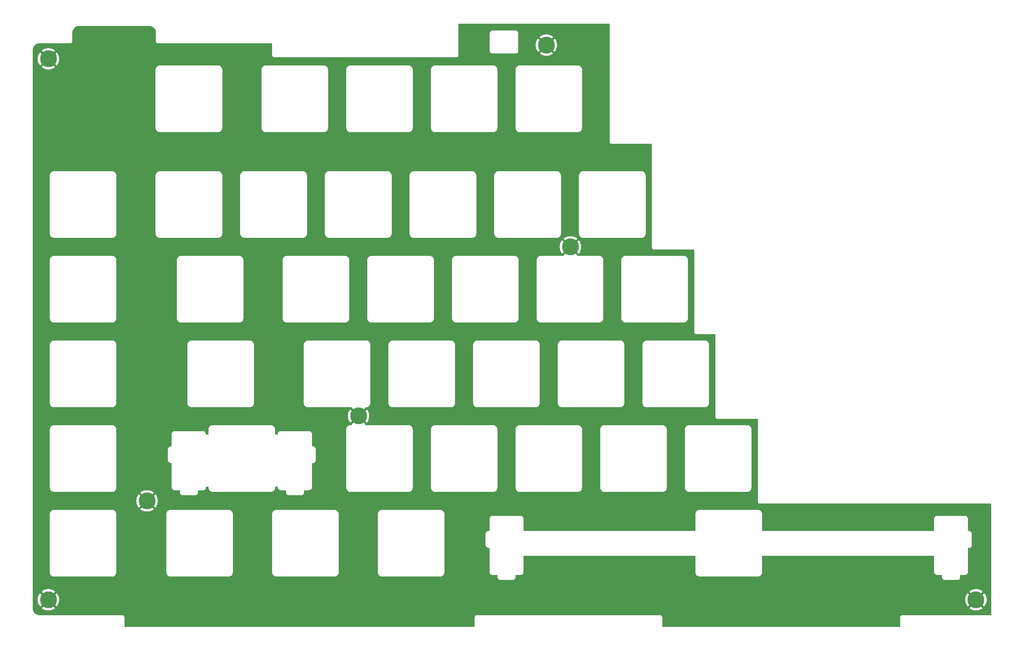
<source format=gbr>
%TF.GenerationSoftware,KiCad,Pcbnew,8.0.4*%
%TF.CreationDate,2024-10-30T12:37:52-05:00*%
%TF.ProjectId,numlocked_left_plate,6e756d6c-6f63-46b6-9564-5f6c6566745f,rev?*%
%TF.SameCoordinates,Original*%
%TF.FileFunction,Copper,L1,Top*%
%TF.FilePolarity,Positive*%
%FSLAX46Y46*%
G04 Gerber Fmt 4.6, Leading zero omitted, Abs format (unit mm)*
G04 Created by KiCad (PCBNEW 8.0.4) date 2024-10-30 12:37:52*
%MOMM*%
%LPD*%
G01*
G04 APERTURE LIST*
%TA.AperFunction,ComponentPad*%
%ADD10C,3.800000*%
%TD*%
G04 APERTURE END LIST*
D10*
%TO.P,H2,1,1*%
%TO.N,GND*%
X34407000Y-150512500D03*
%TD*%
%TO.P,H4,1,1*%
%TO.N,GND*%
X151851000Y-71129500D03*
%TD*%
%TO.P,H6,1,1*%
%TO.N,GND*%
X104200000Y-109169500D03*
%TD*%
%TO.P,H5,1,1*%
%TO.N,GND*%
X56601000Y-128279500D03*
%TD*%
%TO.P,H3,1,1*%
%TO.N,GND*%
X146447000Y-25713000D03*
%TD*%
%TO.P,H7,1,1*%
%TO.N,GND*%
X243101500Y-150512500D03*
%TD*%
%TO.P,H1,1,1*%
%TO.N,GND*%
X34407000Y-28823000D03*
%TD*%
%TA.AperFunction,Conductor*%
%TO.N,GND*%
G36*
X160593539Y-20932185D02*
G01*
X160639294Y-20984989D01*
X160650500Y-21036500D01*
X160650500Y-47482391D01*
X160684608Y-47609687D01*
X160717554Y-47666750D01*
X160750500Y-47723814D01*
X160843686Y-47817000D01*
X160957814Y-47882892D01*
X161085108Y-47917000D01*
X170076000Y-47917000D01*
X170143039Y-47936685D01*
X170188794Y-47989489D01*
X170200000Y-48041000D01*
X170200000Y-71295391D01*
X170234108Y-71422687D01*
X170267054Y-71479750D01*
X170300000Y-71536814D01*
X170393186Y-71630000D01*
X170507314Y-71695892D01*
X170634608Y-71730000D01*
X179601000Y-71730000D01*
X179668039Y-71749685D01*
X179713794Y-71802489D01*
X179725000Y-71854000D01*
X179725000Y-90345391D01*
X179759108Y-90472687D01*
X179792054Y-90529750D01*
X179825000Y-90586814D01*
X179918186Y-90680000D01*
X180032314Y-90745892D01*
X180159608Y-90780000D01*
X184363500Y-90780000D01*
X184430539Y-90799685D01*
X184476294Y-90852489D01*
X184487500Y-90904000D01*
X184487500Y-109395391D01*
X184521608Y-109522687D01*
X184554554Y-109579750D01*
X184587500Y-109636814D01*
X184680686Y-109730000D01*
X184794814Y-109795892D01*
X184922108Y-109830000D01*
X193888750Y-109830000D01*
X193955789Y-109849685D01*
X194001544Y-109902489D01*
X194012750Y-109954000D01*
X194012750Y-128469391D01*
X194046858Y-128596687D01*
X194079804Y-128653750D01*
X194112750Y-128710814D01*
X194205936Y-128804000D01*
X194320064Y-128869892D01*
X194447358Y-128904000D01*
X246376000Y-128904000D01*
X246443039Y-128923685D01*
X246488794Y-128976489D01*
X246500000Y-129028000D01*
X246500000Y-153888000D01*
X246480315Y-153955039D01*
X246427511Y-154000794D01*
X246376000Y-154012000D01*
X226459858Y-154012000D01*
X226332562Y-154046108D01*
X226218436Y-154112000D01*
X226218433Y-154112002D01*
X226125252Y-154205183D01*
X226125250Y-154205186D01*
X226059358Y-154319312D01*
X226025250Y-154446608D01*
X226025250Y-156538000D01*
X226005565Y-156605039D01*
X225952761Y-156650794D01*
X225901250Y-156662000D01*
X172624250Y-156662000D01*
X172557211Y-156642315D01*
X172511456Y-156589511D01*
X172500250Y-156538000D01*
X172500250Y-154446610D01*
X172500250Y-154446608D01*
X172466142Y-154319314D01*
X172400250Y-154205186D01*
X172307064Y-154112000D01*
X172212536Y-154057424D01*
X172192937Y-154046108D01*
X172129289Y-154029054D01*
X172065642Y-154012000D01*
X130865642Y-154012000D01*
X130733858Y-154012000D01*
X130606562Y-154046108D01*
X130492436Y-154112000D01*
X130492433Y-154112002D01*
X130399252Y-154205183D01*
X130399250Y-154205186D01*
X130333358Y-154319312D01*
X130299250Y-154446608D01*
X130299250Y-156538000D01*
X130279565Y-156605039D01*
X130226761Y-156650794D01*
X130175250Y-156662000D01*
X51656250Y-156662000D01*
X51589211Y-156642315D01*
X51543456Y-156589511D01*
X51532250Y-156538000D01*
X51532250Y-154446610D01*
X51532250Y-154446608D01*
X51498142Y-154319314D01*
X51432250Y-154205186D01*
X51339064Y-154112000D01*
X51244536Y-154057424D01*
X51224937Y-154046108D01*
X51161289Y-154029054D01*
X51097642Y-154012000D01*
X51097641Y-154012000D01*
X32411427Y-154012000D01*
X32402581Y-154011684D01*
X32380621Y-154010113D01*
X32202441Y-153997369D01*
X32184930Y-153994851D01*
X31993212Y-153953146D01*
X31976236Y-153948162D01*
X31792390Y-153879590D01*
X31776298Y-153872240D01*
X31604095Y-153778211D01*
X31589210Y-153768646D01*
X31432132Y-153651058D01*
X31418762Y-153639472D01*
X31280027Y-153500737D01*
X31268441Y-153487367D01*
X31150849Y-153330284D01*
X31141288Y-153315404D01*
X31047259Y-153143201D01*
X31039909Y-153127109D01*
X30971334Y-152943255D01*
X30966355Y-152926296D01*
X30924647Y-152734563D01*
X30922130Y-152717057D01*
X30909673Y-152542890D01*
X30907816Y-152516919D01*
X30907500Y-152508073D01*
X30907500Y-150512494D01*
X32002255Y-150512494D01*
X32002255Y-150512505D01*
X32021215Y-150813883D01*
X32021216Y-150813890D01*
X32077805Y-151110540D01*
X32171125Y-151397747D01*
X32171127Y-151397752D01*
X32299704Y-151670991D01*
X32299707Y-151670997D01*
X32461516Y-151925969D01*
X32542311Y-152023633D01*
X33470708Y-151095236D01*
X33567967Y-151229102D01*
X33690398Y-151351533D01*
X33824262Y-151448790D01*
X32893564Y-152379487D01*
X32893565Y-152379489D01*
X33118461Y-152542885D01*
X33118479Y-152542897D01*
X33383109Y-152688378D01*
X33383117Y-152688382D01*
X33663889Y-152799547D01*
X33663892Y-152799548D01*
X33956399Y-152874650D01*
X34255995Y-152912499D01*
X34256007Y-152912500D01*
X34557993Y-152912500D01*
X34558004Y-152912499D01*
X34857600Y-152874650D01*
X35150107Y-152799548D01*
X35150110Y-152799547D01*
X35430882Y-152688382D01*
X35430890Y-152688378D01*
X35695520Y-152542897D01*
X35695530Y-152542890D01*
X35920433Y-152379487D01*
X35920434Y-152379487D01*
X34989737Y-151448790D01*
X35123602Y-151351533D01*
X35246033Y-151229102D01*
X35343290Y-151095237D01*
X36271687Y-152023634D01*
X36352486Y-151925964D01*
X36514292Y-151670997D01*
X36514295Y-151670991D01*
X36642872Y-151397752D01*
X36642874Y-151397747D01*
X36736194Y-151110540D01*
X36792783Y-150813890D01*
X36792784Y-150813883D01*
X36811745Y-150512505D01*
X36811745Y-150512494D01*
X240696755Y-150512494D01*
X240696755Y-150512505D01*
X240715715Y-150813883D01*
X240715716Y-150813890D01*
X240772305Y-151110540D01*
X240865625Y-151397747D01*
X240865627Y-151397752D01*
X240994204Y-151670991D01*
X240994207Y-151670997D01*
X241156016Y-151925969D01*
X241236811Y-152023633D01*
X242165208Y-151095236D01*
X242262467Y-151229102D01*
X242384898Y-151351533D01*
X242518762Y-151448790D01*
X241588064Y-152379487D01*
X241588065Y-152379489D01*
X241812961Y-152542885D01*
X241812979Y-152542897D01*
X242077609Y-152688378D01*
X242077617Y-152688382D01*
X242358389Y-152799547D01*
X242358392Y-152799548D01*
X242650899Y-152874650D01*
X242950495Y-152912499D01*
X242950507Y-152912500D01*
X243252493Y-152912500D01*
X243252504Y-152912499D01*
X243552100Y-152874650D01*
X243844607Y-152799548D01*
X243844610Y-152799547D01*
X244125382Y-152688382D01*
X244125390Y-152688378D01*
X244390020Y-152542897D01*
X244390030Y-152542890D01*
X244614933Y-152379487D01*
X244614934Y-152379487D01*
X243684237Y-151448790D01*
X243818102Y-151351533D01*
X243940533Y-151229102D01*
X244037790Y-151095237D01*
X244966187Y-152023634D01*
X245046986Y-151925964D01*
X245208792Y-151670997D01*
X245208795Y-151670991D01*
X245337372Y-151397752D01*
X245337374Y-151397747D01*
X245430694Y-151110540D01*
X245487283Y-150813890D01*
X245487284Y-150813883D01*
X245506245Y-150512505D01*
X245506245Y-150512494D01*
X245487284Y-150211116D01*
X245487283Y-150211109D01*
X245430694Y-149914459D01*
X245337374Y-149627252D01*
X245337372Y-149627247D01*
X245208795Y-149354008D01*
X245208792Y-149354002D01*
X245046983Y-149099030D01*
X244966186Y-149001364D01*
X244037789Y-149929761D01*
X243940533Y-149795898D01*
X243818102Y-149673467D01*
X243684236Y-149576209D01*
X244614934Y-148645511D01*
X244614933Y-148645509D01*
X244390038Y-148482114D01*
X244390020Y-148482102D01*
X244125390Y-148336621D01*
X244125382Y-148336617D01*
X243844610Y-148225452D01*
X243844607Y-148225451D01*
X243552100Y-148150349D01*
X243252504Y-148112500D01*
X242950495Y-148112500D01*
X242650899Y-148150349D01*
X242358392Y-148225451D01*
X242358389Y-148225452D01*
X242077617Y-148336617D01*
X242077609Y-148336621D01*
X241812976Y-148482104D01*
X241812971Y-148482107D01*
X241588065Y-148645510D01*
X241588064Y-148645511D01*
X242518762Y-149576209D01*
X242384898Y-149673467D01*
X242262467Y-149795898D01*
X242165209Y-149929762D01*
X241236811Y-149001364D01*
X241156020Y-149099025D01*
X241156018Y-149099028D01*
X240994207Y-149354002D01*
X240994204Y-149354008D01*
X240865627Y-149627247D01*
X240865625Y-149627252D01*
X240772305Y-149914459D01*
X240715716Y-150211109D01*
X240715715Y-150211116D01*
X240696755Y-150512494D01*
X36811745Y-150512494D01*
X36792784Y-150211116D01*
X36792783Y-150211109D01*
X36736194Y-149914459D01*
X36642874Y-149627252D01*
X36642872Y-149627247D01*
X36514295Y-149354008D01*
X36514292Y-149354002D01*
X36352483Y-149099030D01*
X36271686Y-149001364D01*
X35343289Y-149929761D01*
X35246033Y-149795898D01*
X35123602Y-149673467D01*
X34989736Y-149576209D01*
X35920434Y-148645511D01*
X35920433Y-148645509D01*
X35695538Y-148482114D01*
X35695520Y-148482102D01*
X35430890Y-148336621D01*
X35430882Y-148336617D01*
X35150110Y-148225452D01*
X35150107Y-148225451D01*
X34857600Y-148150349D01*
X34558004Y-148112500D01*
X34255995Y-148112500D01*
X33956399Y-148150349D01*
X33663892Y-148225451D01*
X33663889Y-148225452D01*
X33383117Y-148336617D01*
X33383109Y-148336621D01*
X33118476Y-148482104D01*
X33118471Y-148482107D01*
X32893565Y-148645510D01*
X32893564Y-148645511D01*
X33824262Y-149576209D01*
X33690398Y-149673467D01*
X33567967Y-149795898D01*
X33470709Y-149929762D01*
X32542311Y-149001364D01*
X32461520Y-149099025D01*
X32461518Y-149099028D01*
X32299707Y-149354002D01*
X32299704Y-149354008D01*
X32171127Y-149627247D01*
X32171125Y-149627252D01*
X32077805Y-149914459D01*
X32021216Y-150211109D01*
X32021215Y-150211116D01*
X32002255Y-150512494D01*
X30907500Y-150512494D01*
X30907500Y-131216965D01*
X34712500Y-131216965D01*
X34712500Y-144392034D01*
X34742898Y-144564437D01*
X34802775Y-144728946D01*
X34890309Y-144880557D01*
X35002836Y-145014663D01*
X35136942Y-145127190D01*
X35136943Y-145127191D01*
X35136945Y-145127192D01*
X35233054Y-145182681D01*
X35285584Y-145213010D01*
X35288555Y-145214725D01*
X35453062Y-145274601D01*
X35625468Y-145305000D01*
X35625472Y-145305000D01*
X48800528Y-145305000D01*
X48800532Y-145305000D01*
X48972938Y-145274601D01*
X49137445Y-145214725D01*
X49289055Y-145127192D01*
X49423163Y-145014663D01*
X49535692Y-144880555D01*
X49623225Y-144728945D01*
X49683101Y-144564438D01*
X49713500Y-144392032D01*
X49713500Y-144378786D01*
X60905143Y-144378786D01*
X60905144Y-144378806D01*
X60933671Y-144553082D01*
X60933672Y-144553086D01*
X60992283Y-144719682D01*
X60992285Y-144719686D01*
X60992286Y-144719688D01*
X61079171Y-144873449D01*
X61191642Y-145009617D01*
X61326223Y-145123983D01*
X61478754Y-145213012D01*
X61644519Y-145273951D01*
X61644521Y-145273951D01*
X61644523Y-145273952D01*
X61731456Y-145289433D01*
X61818390Y-145304915D01*
X61818392Y-145304916D01*
X61818556Y-145304916D01*
X61832356Y-145304929D01*
X61833427Y-145305000D01*
X61906700Y-145305000D01*
X61972592Y-145305013D01*
X61972593Y-145305012D01*
X61980508Y-145305014D01*
X61980739Y-145305000D01*
X74832692Y-145305000D01*
X74832814Y-145305007D01*
X74840905Y-145305006D01*
X74840908Y-145305007D01*
X74855381Y-145305005D01*
X74855550Y-145305054D01*
X74906800Y-145305049D01*
X74906800Y-145305050D01*
X74994331Y-145305042D01*
X75166731Y-145274627D01*
X75331232Y-145214740D01*
X75482834Y-145127198D01*
X75486665Y-145123983D01*
X75616925Y-145014671D01*
X75616927Y-145014668D01*
X75616934Y-145014663D01*
X75729456Y-144880552D01*
X75729457Y-144880549D01*
X75729460Y-144880546D01*
X75816979Y-144728946D01*
X75816978Y-144728946D01*
X75816982Y-144728941D01*
X75876853Y-144564434D01*
X75907251Y-144392031D01*
X75907251Y-144378786D01*
X84717643Y-144378786D01*
X84717644Y-144378806D01*
X84746171Y-144553082D01*
X84746172Y-144553086D01*
X84804783Y-144719682D01*
X84804785Y-144719686D01*
X84804786Y-144719688D01*
X84891671Y-144873449D01*
X85004142Y-145009617D01*
X85138723Y-145123983D01*
X85291254Y-145213012D01*
X85457019Y-145273951D01*
X85457021Y-145273951D01*
X85457023Y-145273952D01*
X85543956Y-145289433D01*
X85630890Y-145304915D01*
X85630892Y-145304916D01*
X85631056Y-145304916D01*
X85644856Y-145304929D01*
X85645927Y-145305000D01*
X85719200Y-145305000D01*
X85785092Y-145305013D01*
X85785093Y-145305012D01*
X85793008Y-145305014D01*
X85793239Y-145305000D01*
X98645192Y-145305000D01*
X98645314Y-145305007D01*
X98653405Y-145305006D01*
X98653408Y-145305007D01*
X98667881Y-145305005D01*
X98668050Y-145305054D01*
X98719300Y-145305049D01*
X98719300Y-145305050D01*
X98806831Y-145305042D01*
X98979231Y-145274627D01*
X99143732Y-145214740D01*
X99295334Y-145127198D01*
X99299165Y-145123983D01*
X99429425Y-145014671D01*
X99429427Y-145014668D01*
X99429434Y-145014663D01*
X99541956Y-144880552D01*
X99541957Y-144880549D01*
X99541960Y-144880546D01*
X99629479Y-144728946D01*
X99629478Y-144728946D01*
X99629482Y-144728941D01*
X99689353Y-144564434D01*
X99719751Y-144392031D01*
X99719751Y-144378786D01*
X108530143Y-144378786D01*
X108530144Y-144378806D01*
X108558671Y-144553082D01*
X108558672Y-144553086D01*
X108617283Y-144719682D01*
X108617285Y-144719686D01*
X108617286Y-144719688D01*
X108704171Y-144873449D01*
X108816642Y-145009617D01*
X108951223Y-145123983D01*
X109103754Y-145213012D01*
X109269519Y-145273951D01*
X109269521Y-145273951D01*
X109269523Y-145273952D01*
X109356456Y-145289433D01*
X109443390Y-145304915D01*
X109443392Y-145304916D01*
X109443556Y-145304916D01*
X109457356Y-145304929D01*
X109458427Y-145305000D01*
X109531700Y-145305000D01*
X109597592Y-145305013D01*
X109597593Y-145305012D01*
X109605508Y-145305014D01*
X109605739Y-145305000D01*
X122457692Y-145305000D01*
X122457814Y-145305007D01*
X122465905Y-145305006D01*
X122465908Y-145305007D01*
X122480381Y-145305005D01*
X122480550Y-145305054D01*
X122531800Y-145305049D01*
X122531800Y-145305050D01*
X122619331Y-145305042D01*
X122791731Y-145274627D01*
X122956232Y-145214740D01*
X123107834Y-145127198D01*
X123111665Y-145123983D01*
X123241925Y-145014671D01*
X123241927Y-145014668D01*
X123241934Y-145014663D01*
X123354456Y-144880552D01*
X123354457Y-144880549D01*
X123354460Y-144880546D01*
X123441979Y-144728946D01*
X123441978Y-144728946D01*
X123441982Y-144728941D01*
X123501853Y-144564434D01*
X123532251Y-144392031D01*
X123532250Y-144304500D01*
X123532250Y-144238608D01*
X123532250Y-138167100D01*
X132776446Y-138167100D01*
X132801140Y-138304814D01*
X132801142Y-138304820D01*
X132830227Y-138378392D01*
X132852583Y-138434940D01*
X132928739Y-138552318D01*
X133026602Y-138652320D01*
X133026605Y-138652322D01*
X133026607Y-138652324D01*
X133102066Y-138703633D01*
X133142306Y-138730995D01*
X133271284Y-138785238D01*
X133408440Y-138812906D01*
X133408446Y-138812906D01*
X133408451Y-138812907D01*
X133409373Y-138813000D01*
X133412508Y-138813000D01*
X133478400Y-138813000D01*
X133517350Y-138813000D01*
X133584389Y-138832685D01*
X133630144Y-138885489D01*
X133641350Y-138937000D01*
X133641350Y-144197495D01*
X133641324Y-144200008D01*
X133640543Y-144238608D01*
X133640046Y-144263100D01*
X133664740Y-144400814D01*
X133664742Y-144400820D01*
X133716183Y-144530940D01*
X133792339Y-144648318D01*
X133890202Y-144748320D01*
X133890205Y-144748322D01*
X133890207Y-144748324D01*
X133965666Y-144799633D01*
X134005906Y-144826995D01*
X134134884Y-144881238D01*
X134272040Y-144908906D01*
X134272046Y-144908906D01*
X134272051Y-144908907D01*
X134272973Y-144909000D01*
X134276108Y-144909000D01*
X134342000Y-144909000D01*
X134407892Y-144909000D01*
X135320750Y-144909000D01*
X135387789Y-144928685D01*
X135433544Y-144981489D01*
X135444750Y-145033000D01*
X135444750Y-145365895D01*
X135444725Y-145368408D01*
X135443446Y-145431500D01*
X135468140Y-145569214D01*
X135468142Y-145569220D01*
X135497227Y-145642792D01*
X135519583Y-145699340D01*
X135595739Y-145816718D01*
X135693602Y-145916720D01*
X135693605Y-145916722D01*
X135693607Y-145916724D01*
X135769066Y-145968033D01*
X135809306Y-145995395D01*
X135938284Y-146049638D01*
X136075440Y-146077306D01*
X136075446Y-146077306D01*
X136075451Y-146077307D01*
X136076373Y-146077400D01*
X136079508Y-146077400D01*
X136145400Y-146077400D01*
X136211292Y-146077400D01*
X138719301Y-146077400D01*
X138719593Y-146077418D01*
X138727480Y-146077416D01*
X138727483Y-146077417D01*
X138741951Y-146077413D01*
X138742117Y-146077461D01*
X138793375Y-146077449D01*
X138793375Y-146077450D01*
X138862362Y-146077434D01*
X138997680Y-146050487D01*
X139125142Y-145997663D01*
X139201814Y-145946414D01*
X139239846Y-145920994D01*
X139239848Y-145920991D01*
X139239851Y-145920990D01*
X139337402Y-145823415D01*
X139414046Y-145708687D01*
X139466838Y-145581211D01*
X139493751Y-145445887D01*
X139493750Y-145376900D01*
X139493750Y-145311008D01*
X139493750Y-145033000D01*
X139513435Y-144965961D01*
X139566239Y-144920206D01*
X139617750Y-144909000D01*
X140522701Y-144909000D01*
X140522993Y-144909018D01*
X140530880Y-144909016D01*
X140530883Y-144909017D01*
X140545351Y-144909013D01*
X140545517Y-144909061D01*
X140596775Y-144909049D01*
X140596775Y-144909050D01*
X140665762Y-144909034D01*
X140801080Y-144882087D01*
X140928542Y-144829263D01*
X141005214Y-144778014D01*
X141043246Y-144752594D01*
X141043248Y-144752591D01*
X141043251Y-144752590D01*
X141140802Y-144655015D01*
X141217446Y-144540287D01*
X141270238Y-144412811D01*
X141297151Y-144277487D01*
X141297150Y-144208500D01*
X141297150Y-144142608D01*
X141297150Y-140729000D01*
X141316835Y-140661961D01*
X141369639Y-140616206D01*
X141421150Y-140605000D01*
X179844750Y-140605000D01*
X179911789Y-140624685D01*
X179957544Y-140677489D01*
X179968750Y-140729000D01*
X179968750Y-144293175D01*
X179968739Y-144294791D01*
X179967643Y-144378799D01*
X179967644Y-144378812D01*
X179996180Y-144553116D01*
X179996181Y-144553118D01*
X180054808Y-144719737D01*
X180109147Y-144815887D01*
X180141715Y-144873513D01*
X180254213Y-145009689D01*
X180254214Y-145009690D01*
X180254216Y-145009692D01*
X180332733Y-145076400D01*
X180388823Y-145124054D01*
X180541385Y-145213074D01*
X180707180Y-145273994D01*
X180881083Y-145304933D01*
X180894953Y-145304942D01*
X180895796Y-145305000D01*
X180903508Y-145305000D01*
X180969400Y-145305000D01*
X181035292Y-145305000D01*
X193895192Y-145305000D01*
X193895314Y-145305007D01*
X193903405Y-145305006D01*
X193903408Y-145305007D01*
X193917881Y-145305005D01*
X193918050Y-145305054D01*
X193969300Y-145305049D01*
X193969300Y-145305050D01*
X194056831Y-145305042D01*
X194229231Y-145274627D01*
X194393732Y-145214740D01*
X194545334Y-145127198D01*
X194549165Y-145123983D01*
X194679425Y-145014671D01*
X194679427Y-145014668D01*
X194679434Y-145014663D01*
X194791956Y-144880552D01*
X194791957Y-144880549D01*
X194791960Y-144880546D01*
X194879479Y-144728946D01*
X194879478Y-144728946D01*
X194879482Y-144728941D01*
X194939353Y-144564434D01*
X194969751Y-144392031D01*
X194969750Y-144304500D01*
X194969750Y-144238608D01*
X194969750Y-140729000D01*
X194989435Y-140661961D01*
X195042239Y-140616206D01*
X195093750Y-140605000D01*
X233517350Y-140605000D01*
X233584389Y-140624685D01*
X233630144Y-140677489D01*
X233641350Y-140729000D01*
X233641350Y-144197495D01*
X233641324Y-144200008D01*
X233640543Y-144238608D01*
X233640046Y-144263100D01*
X233664740Y-144400814D01*
X233664742Y-144400820D01*
X233716183Y-144530940D01*
X233792339Y-144648318D01*
X233890202Y-144748320D01*
X233890205Y-144748322D01*
X233890207Y-144748324D01*
X233965666Y-144799633D01*
X234005906Y-144826995D01*
X234134884Y-144881238D01*
X234272040Y-144908906D01*
X234272046Y-144908906D01*
X234272051Y-144908907D01*
X234272973Y-144909000D01*
X234276108Y-144909000D01*
X234342000Y-144909000D01*
X234407892Y-144909000D01*
X235320750Y-144909000D01*
X235387789Y-144928685D01*
X235433544Y-144981489D01*
X235444750Y-145033000D01*
X235444750Y-145365895D01*
X235444725Y-145368408D01*
X235443446Y-145431500D01*
X235468140Y-145569214D01*
X235468142Y-145569220D01*
X235497227Y-145642792D01*
X235519583Y-145699340D01*
X235595739Y-145816718D01*
X235693602Y-145916720D01*
X235693605Y-145916722D01*
X235693607Y-145916724D01*
X235769066Y-145968033D01*
X235809306Y-145995395D01*
X235938284Y-146049638D01*
X236075440Y-146077306D01*
X236075446Y-146077306D01*
X236075451Y-146077307D01*
X236076373Y-146077400D01*
X236079508Y-146077400D01*
X239059140Y-146077400D01*
X239059142Y-146077400D01*
X239186436Y-146043292D01*
X239300564Y-145977400D01*
X239393750Y-145884214D01*
X239459642Y-145770086D01*
X239493750Y-145642792D01*
X239493750Y-145033000D01*
X239513435Y-144965961D01*
X239566239Y-144920206D01*
X239617750Y-144909000D01*
X240522701Y-144909000D01*
X240522993Y-144909018D01*
X240530880Y-144909016D01*
X240530883Y-144909017D01*
X240545351Y-144909013D01*
X240545517Y-144909061D01*
X240596775Y-144909049D01*
X240596775Y-144909050D01*
X240665762Y-144909034D01*
X240801080Y-144882087D01*
X240928542Y-144829263D01*
X241005214Y-144778014D01*
X241043246Y-144752594D01*
X241043248Y-144752591D01*
X241043251Y-144752590D01*
X241140802Y-144655015D01*
X241217446Y-144540287D01*
X241270238Y-144412811D01*
X241297151Y-144277487D01*
X241297150Y-144208500D01*
X241297150Y-144142608D01*
X241297150Y-138937000D01*
X241316835Y-138869961D01*
X241369639Y-138824206D01*
X241421150Y-138813000D01*
X241726140Y-138813000D01*
X241726142Y-138813000D01*
X241853436Y-138778892D01*
X241967564Y-138713000D01*
X242060750Y-138619814D01*
X242126642Y-138505686D01*
X242160750Y-138378392D01*
X242160750Y-135729561D01*
X242160776Y-135727021D01*
X242162066Y-135664047D01*
X242162066Y-135664044D01*
X242137393Y-135526302D01*
X242136014Y-135522811D01*
X242085965Y-135396155D01*
X242009815Y-135278750D01*
X241911950Y-135178724D01*
X241911949Y-135178723D01*
X241911948Y-135178722D01*
X241796245Y-135100033D01*
X241796234Y-135100027D01*
X241667246Y-135045771D01*
X241667247Y-135045771D01*
X241667244Y-135045770D01*
X241632950Y-135038851D01*
X241530072Y-135018095D01*
X241529124Y-135018000D01*
X241525992Y-135018000D01*
X241421150Y-135018000D01*
X241354111Y-134998315D01*
X241308356Y-134945511D01*
X241297150Y-134894000D01*
X241297150Y-132325961D01*
X241297176Y-132323421D01*
X241298466Y-132260447D01*
X241298466Y-132260444D01*
X241273793Y-132122702D01*
X241273793Y-132122701D01*
X241222365Y-131992555D01*
X241146215Y-131875150D01*
X241048350Y-131775124D01*
X241048349Y-131775123D01*
X241048348Y-131775122D01*
X240932645Y-131696433D01*
X240932634Y-131696427D01*
X240803646Y-131642171D01*
X240803647Y-131642171D01*
X240803644Y-131642170D01*
X240769350Y-131635251D01*
X240666472Y-131614495D01*
X240665524Y-131614400D01*
X240662392Y-131614400D01*
X234415799Y-131614400D01*
X234415506Y-131614381D01*
X234393143Y-131614386D01*
X234392979Y-131614338D01*
X234272738Y-131614365D01*
X234137427Y-131641311D01*
X234137417Y-131641314D01*
X234009961Y-131694135D01*
X234009953Y-131694140D01*
X233895253Y-131770805D01*
X233895244Y-131770813D01*
X233797701Y-131868381D01*
X233797695Y-131868388D01*
X233721056Y-131983109D01*
X233721051Y-131983117D01*
X233668264Y-132110581D01*
X233668261Y-132110591D01*
X233641349Y-132245911D01*
X233641349Y-132245914D01*
X233641350Y-132307969D01*
X233641350Y-134880000D01*
X233621665Y-134947039D01*
X233568861Y-134992794D01*
X233517350Y-135004000D01*
X195093750Y-135004000D01*
X195026711Y-134984315D01*
X194980956Y-134931511D01*
X194969750Y-134880000D01*
X194969750Y-131315873D01*
X194969761Y-131314240D01*
X194970866Y-131230339D01*
X194970865Y-131230338D01*
X194970866Y-131230329D01*
X194942349Y-131055997D01*
X194883734Y-130889355D01*
X194796834Y-130735558D01*
X194796827Y-130735550D01*
X194796824Y-130735545D01*
X194684339Y-130599364D01*
X194678422Y-130594336D01*
X194549722Y-130484978D01*
X194397151Y-130395943D01*
X194397150Y-130395942D01*
X194397149Y-130395942D01*
X194231343Y-130335012D01*
X194057420Y-130304067D01*
X194043353Y-130304056D01*
X194042487Y-130304000D01*
X194034992Y-130304000D01*
X181043308Y-130304000D01*
X181043185Y-130303992D01*
X181020614Y-130303994D01*
X181020447Y-130303945D01*
X180881672Y-130303957D01*
X180881665Y-130303958D01*
X180709275Y-130334371D01*
X180709269Y-130334372D01*
X180544767Y-130394260D01*
X180393165Y-130481801D01*
X180259074Y-130594328D01*
X180259061Y-130594341D01*
X180146545Y-130728445D01*
X180146539Y-130728453D01*
X180059020Y-130880053D01*
X179999146Y-131044568D01*
X179968749Y-131216965D01*
X179968749Y-131216972D01*
X179968750Y-131270853D01*
X179968750Y-134880000D01*
X179949065Y-134947039D01*
X179896261Y-134992794D01*
X179844750Y-135004000D01*
X141421150Y-135004000D01*
X141354111Y-134984315D01*
X141308356Y-134931511D01*
X141297150Y-134880000D01*
X141297150Y-132325961D01*
X141297176Y-132323421D01*
X141298466Y-132260447D01*
X141298466Y-132260444D01*
X141273793Y-132122702D01*
X141273793Y-132122701D01*
X141222365Y-131992555D01*
X141146215Y-131875150D01*
X141048350Y-131775124D01*
X141048349Y-131775123D01*
X141048348Y-131775122D01*
X140932645Y-131696433D01*
X140932634Y-131696427D01*
X140803646Y-131642171D01*
X140803647Y-131642171D01*
X140803644Y-131642170D01*
X140769350Y-131635251D01*
X140666472Y-131614495D01*
X140665524Y-131614400D01*
X140662392Y-131614400D01*
X134415799Y-131614400D01*
X134415506Y-131614381D01*
X134393143Y-131614386D01*
X134392979Y-131614338D01*
X134272738Y-131614365D01*
X134137427Y-131641311D01*
X134137417Y-131641314D01*
X134009961Y-131694135D01*
X134009953Y-131694140D01*
X133895253Y-131770805D01*
X133895244Y-131770813D01*
X133797701Y-131868381D01*
X133797695Y-131868388D01*
X133721056Y-131983109D01*
X133721051Y-131983117D01*
X133668264Y-132110581D01*
X133668261Y-132110591D01*
X133641349Y-132245911D01*
X133641349Y-132245914D01*
X133641350Y-132307969D01*
X133641350Y-134893940D01*
X133621665Y-134960979D01*
X133568861Y-135006734D01*
X133517379Y-135017940D01*
X133409138Y-135017965D01*
X133273827Y-135044911D01*
X133273817Y-135044914D01*
X133146361Y-135097735D01*
X133146353Y-135097740D01*
X133031653Y-135174405D01*
X133031644Y-135174413D01*
X132934101Y-135271981D01*
X132934095Y-135271988D01*
X132857456Y-135386709D01*
X132857451Y-135386717D01*
X132804664Y-135514181D01*
X132804661Y-135514191D01*
X132777749Y-135649512D01*
X132777749Y-135649513D01*
X132777750Y-135687990D01*
X132777750Y-138101495D01*
X132777725Y-138104008D01*
X132776446Y-138167100D01*
X123532250Y-138167100D01*
X123532250Y-131315873D01*
X123532261Y-131314244D01*
X123533367Y-131230340D01*
X123533365Y-131230329D01*
X123504857Y-131056029D01*
X123446257Y-130889406D01*
X123359379Y-130735623D01*
X123246908Y-130599433D01*
X123112322Y-130485049D01*
X123112320Y-130485047D01*
X122959788Y-130396008D01*
X122959785Y-130396006D01*
X122959782Y-130396005D01*
X122794004Y-130335056D01*
X122652751Y-130309897D01*
X122620109Y-130304083D01*
X122620110Y-130304083D01*
X122606048Y-130304070D01*
X122604977Y-130304000D01*
X122597592Y-130304000D01*
X122531800Y-130304000D01*
X122531765Y-130303999D01*
X122457991Y-130303985D01*
X122457761Y-130304000D01*
X109605808Y-130304000D01*
X109605685Y-130303992D01*
X109583114Y-130303994D01*
X109582947Y-130303945D01*
X109444172Y-130303957D01*
X109444165Y-130303958D01*
X109271775Y-130334371D01*
X109271769Y-130334372D01*
X109107267Y-130394260D01*
X108955665Y-130481801D01*
X108821574Y-130594328D01*
X108821561Y-130594341D01*
X108709045Y-130728445D01*
X108709039Y-130728453D01*
X108621520Y-130880053D01*
X108561646Y-131044568D01*
X108531249Y-131216965D01*
X108531249Y-131216972D01*
X108531250Y-131270853D01*
X108531250Y-144293170D01*
X108531239Y-144294788D01*
X108530143Y-144378786D01*
X99719751Y-144378786D01*
X99719750Y-144304500D01*
X99719750Y-144238608D01*
X99719750Y-131315873D01*
X99719761Y-131314244D01*
X99720867Y-131230340D01*
X99720865Y-131230329D01*
X99692357Y-131056029D01*
X99633757Y-130889406D01*
X99546879Y-130735623D01*
X99434408Y-130599433D01*
X99299822Y-130485049D01*
X99299820Y-130485047D01*
X99147288Y-130396008D01*
X99147285Y-130396006D01*
X99147282Y-130396005D01*
X98981504Y-130335056D01*
X98840251Y-130309897D01*
X98807609Y-130304083D01*
X98807610Y-130304083D01*
X98793548Y-130304070D01*
X98792477Y-130304000D01*
X98785092Y-130304000D01*
X98719300Y-130304000D01*
X98719265Y-130303999D01*
X98645491Y-130303985D01*
X98645261Y-130304000D01*
X85793308Y-130304000D01*
X85793185Y-130303992D01*
X85770614Y-130303994D01*
X85770447Y-130303945D01*
X85631672Y-130303957D01*
X85631665Y-130303958D01*
X85459275Y-130334371D01*
X85459269Y-130334372D01*
X85294767Y-130394260D01*
X85143165Y-130481801D01*
X85009074Y-130594328D01*
X85009061Y-130594341D01*
X84896545Y-130728445D01*
X84896539Y-130728453D01*
X84809020Y-130880053D01*
X84749146Y-131044568D01*
X84718749Y-131216965D01*
X84718749Y-131216972D01*
X84718750Y-131270853D01*
X84718750Y-144293170D01*
X84718739Y-144294788D01*
X84717643Y-144378786D01*
X75907251Y-144378786D01*
X75907250Y-144304500D01*
X75907250Y-144238608D01*
X75907250Y-131315873D01*
X75907261Y-131314240D01*
X75908366Y-131230339D01*
X75908365Y-131230338D01*
X75908366Y-131230329D01*
X75879849Y-131055997D01*
X75821234Y-130889355D01*
X75734334Y-130735558D01*
X75734327Y-130735550D01*
X75734324Y-130735545D01*
X75621839Y-130599364D01*
X75615922Y-130594336D01*
X75487222Y-130484978D01*
X75334651Y-130395943D01*
X75334650Y-130395942D01*
X75334649Y-130395942D01*
X75168843Y-130335012D01*
X74994920Y-130304067D01*
X74980853Y-130304056D01*
X74979987Y-130304000D01*
X74972492Y-130304000D01*
X61980808Y-130304000D01*
X61980685Y-130303992D01*
X61958114Y-130303994D01*
X61957947Y-130303945D01*
X61819172Y-130303957D01*
X61819165Y-130303958D01*
X61646775Y-130334371D01*
X61646769Y-130334372D01*
X61482267Y-130394260D01*
X61330665Y-130481801D01*
X61196574Y-130594328D01*
X61196561Y-130594341D01*
X61084045Y-130728445D01*
X61084039Y-130728453D01*
X60996520Y-130880053D01*
X60936646Y-131044568D01*
X60906249Y-131216965D01*
X60906249Y-131216972D01*
X60906250Y-131270853D01*
X60906250Y-144293170D01*
X60906239Y-144294788D01*
X60905143Y-144378786D01*
X49713500Y-144378786D01*
X49713500Y-144304500D01*
X49713500Y-144238608D01*
X49713500Y-131238608D01*
X49713500Y-131216968D01*
X49683101Y-131044562D01*
X49623225Y-130880055D01*
X49535692Y-130728445D01*
X49535691Y-130728443D01*
X49535690Y-130728442D01*
X49423163Y-130594336D01*
X49289057Y-130481809D01*
X49137446Y-130394275D01*
X48972937Y-130334398D01*
X48800534Y-130304000D01*
X48800532Y-130304000D01*
X48778892Y-130304000D01*
X35778892Y-130304000D01*
X35713000Y-130304000D01*
X35625468Y-130304000D01*
X35625465Y-130304000D01*
X35453062Y-130334398D01*
X35288553Y-130394275D01*
X35136942Y-130481809D01*
X35002836Y-130594336D01*
X34890309Y-130728442D01*
X34802775Y-130880053D01*
X34742898Y-131044562D01*
X34712500Y-131216965D01*
X30907500Y-131216965D01*
X30907500Y-128279494D01*
X54196255Y-128279494D01*
X54196255Y-128279505D01*
X54215215Y-128580883D01*
X54215216Y-128580890D01*
X54271805Y-128877540D01*
X54365125Y-129164747D01*
X54365127Y-129164752D01*
X54493704Y-129437991D01*
X54493707Y-129437997D01*
X54655516Y-129692969D01*
X54736311Y-129790633D01*
X55664708Y-128862236D01*
X55761967Y-128996102D01*
X55884398Y-129118533D01*
X56018262Y-129215790D01*
X55087564Y-130146487D01*
X55087565Y-130146489D01*
X55312461Y-130309885D01*
X55312479Y-130309897D01*
X55577109Y-130455378D01*
X55577117Y-130455382D01*
X55857889Y-130566547D01*
X55857892Y-130566548D01*
X56150399Y-130641650D01*
X56449995Y-130679499D01*
X56450007Y-130679500D01*
X56751993Y-130679500D01*
X56752004Y-130679499D01*
X57051600Y-130641650D01*
X57344107Y-130566548D01*
X57344110Y-130566547D01*
X57624882Y-130455382D01*
X57624890Y-130455378D01*
X57889520Y-130309897D01*
X57889530Y-130309890D01*
X58114433Y-130146487D01*
X58114434Y-130146487D01*
X57183737Y-129215790D01*
X57317602Y-129118533D01*
X57440033Y-128996102D01*
X57537290Y-128862237D01*
X58465687Y-129790634D01*
X58546486Y-129692964D01*
X58708292Y-129437997D01*
X58708295Y-129437991D01*
X58836872Y-129164752D01*
X58836874Y-129164747D01*
X58930194Y-128877540D01*
X58986783Y-128580890D01*
X58986784Y-128580883D01*
X59005745Y-128279505D01*
X59005745Y-128279494D01*
X58986784Y-127978116D01*
X58986783Y-127978109D01*
X58930194Y-127681459D01*
X58836874Y-127394252D01*
X58836872Y-127394247D01*
X58708295Y-127121008D01*
X58708292Y-127121002D01*
X58546483Y-126866030D01*
X58465686Y-126768364D01*
X57537289Y-127696761D01*
X57440033Y-127562898D01*
X57317602Y-127440467D01*
X57183736Y-127343209D01*
X58114434Y-126412511D01*
X58114433Y-126412509D01*
X57889538Y-126249114D01*
X57889520Y-126249102D01*
X57624890Y-126103621D01*
X57624882Y-126103617D01*
X57344110Y-125992452D01*
X57344107Y-125992451D01*
X57051600Y-125917349D01*
X56752004Y-125879500D01*
X56449995Y-125879500D01*
X56150399Y-125917349D01*
X55857892Y-125992451D01*
X55857889Y-125992452D01*
X55577117Y-126103617D01*
X55577109Y-126103621D01*
X55312476Y-126249104D01*
X55312471Y-126249107D01*
X55087565Y-126412510D01*
X55087564Y-126412511D01*
X56018262Y-127343209D01*
X55884398Y-127440467D01*
X55761967Y-127562898D01*
X55664709Y-127696762D01*
X54736311Y-126768364D01*
X54655520Y-126866025D01*
X54655518Y-126866028D01*
X54493707Y-127121002D01*
X54493704Y-127121008D01*
X54365127Y-127394247D01*
X54365125Y-127394252D01*
X54271805Y-127681459D01*
X54215216Y-127978109D01*
X54215215Y-127978116D01*
X54196255Y-128279494D01*
X30907500Y-128279494D01*
X30907500Y-112166965D01*
X34712500Y-112166965D01*
X34712500Y-125342034D01*
X34742898Y-125514437D01*
X34802775Y-125678946D01*
X34890309Y-125830557D01*
X35002836Y-125964663D01*
X35136942Y-126077190D01*
X35136943Y-126077191D01*
X35136945Y-126077192D01*
X35182714Y-126103617D01*
X35285584Y-126163010D01*
X35288555Y-126164725D01*
X35453062Y-126224601D01*
X35625468Y-126255000D01*
X35625472Y-126255000D01*
X48800528Y-126255000D01*
X48800532Y-126255000D01*
X48972938Y-126224601D01*
X49137445Y-126164725D01*
X49289055Y-126077192D01*
X49423163Y-125964663D01*
X49535692Y-125830555D01*
X49623225Y-125678945D01*
X49683101Y-125514438D01*
X49713500Y-125342032D01*
X49713500Y-125254500D01*
X49713500Y-125188608D01*
X49713500Y-119117073D01*
X61300943Y-119117073D01*
X61300944Y-119117080D01*
X61325622Y-119254749D01*
X61325625Y-119254761D01*
X61377032Y-119384840D01*
X61377034Y-119384845D01*
X61453140Y-119502195D01*
X61453145Y-119502201D01*
X61550950Y-119602193D01*
X61666594Y-119680880D01*
X61795511Y-119735154D01*
X61932612Y-119762873D01*
X61932619Y-119762873D01*
X61933876Y-119763000D01*
X61936908Y-119763000D01*
X62002548Y-119763000D01*
X62002603Y-119763000D01*
X62041912Y-119763019D01*
X62108940Y-119782736D01*
X62154669Y-119835562D01*
X62165850Y-119887019D01*
X62165850Y-125147526D01*
X62165824Y-125150044D01*
X62164543Y-125213073D01*
X62164544Y-125213080D01*
X62189222Y-125350749D01*
X62189225Y-125350761D01*
X62240632Y-125480840D01*
X62240634Y-125480845D01*
X62316740Y-125598195D01*
X62316745Y-125598201D01*
X62395719Y-125678941D01*
X62414550Y-125698193D01*
X62530194Y-125776880D01*
X62659111Y-125831154D01*
X62796212Y-125858873D01*
X62796219Y-125858873D01*
X62797476Y-125859000D01*
X62866150Y-125859000D01*
X62932042Y-125859033D01*
X62932045Y-125859032D01*
X62939852Y-125859036D01*
X62940414Y-125859000D01*
X63845250Y-125859000D01*
X63912289Y-125878685D01*
X63958044Y-125931489D01*
X63969250Y-125983000D01*
X63969250Y-126315926D01*
X63969224Y-126318444D01*
X63967943Y-126381473D01*
X63967944Y-126381480D01*
X63992622Y-126519149D01*
X63992625Y-126519161D01*
X64044032Y-126649240D01*
X64044034Y-126649245D01*
X64120140Y-126766595D01*
X64120145Y-126766601D01*
X64217394Y-126866025D01*
X64217950Y-126866593D01*
X64333594Y-126945280D01*
X64462511Y-126999554D01*
X64599612Y-127027273D01*
X64599619Y-127027273D01*
X64600876Y-127027400D01*
X64669550Y-127027400D01*
X64735442Y-127027433D01*
X64735445Y-127027432D01*
X64743252Y-127027436D01*
X64743814Y-127027400D01*
X67243801Y-127027400D01*
X67244093Y-127027418D01*
X67251980Y-127027416D01*
X67251983Y-127027417D01*
X67266451Y-127027413D01*
X67266617Y-127027461D01*
X67317875Y-127027449D01*
X67317875Y-127027450D01*
X67386862Y-127027434D01*
X67522180Y-127000487D01*
X67649642Y-126947663D01*
X67726314Y-126896414D01*
X67764346Y-126870994D01*
X67764348Y-126870991D01*
X67764351Y-126870990D01*
X67861902Y-126773415D01*
X67938546Y-126658687D01*
X67991338Y-126531211D01*
X68018251Y-126395887D01*
X68018250Y-126326900D01*
X68018250Y-126261008D01*
X68018250Y-125983000D01*
X68037935Y-125915961D01*
X68090739Y-125870206D01*
X68142250Y-125859000D01*
X69387040Y-125859000D01*
X69387042Y-125859000D01*
X69514336Y-125824892D01*
X69628464Y-125759000D01*
X69721650Y-125665814D01*
X69787542Y-125551686D01*
X69821650Y-125424392D01*
X69821650Y-125195600D01*
X69841335Y-125128561D01*
X69894139Y-125082806D01*
X69945650Y-125071600D01*
X70307250Y-125071600D01*
X70374289Y-125091285D01*
X70420044Y-125144089D01*
X70431250Y-125195600D01*
X70431250Y-125243170D01*
X70431239Y-125244788D01*
X70430143Y-125328786D01*
X70430144Y-125328806D01*
X70458671Y-125503082D01*
X70458672Y-125503086D01*
X70517283Y-125669682D01*
X70517285Y-125669686D01*
X70517286Y-125669688D01*
X70604171Y-125823449D01*
X70716642Y-125959617D01*
X70851223Y-126073983D01*
X71003754Y-126163012D01*
X71169519Y-126223951D01*
X71169521Y-126223951D01*
X71169523Y-126223952D01*
X71256456Y-126239433D01*
X71343390Y-126254915D01*
X71343392Y-126254916D01*
X71343556Y-126254916D01*
X71357356Y-126254929D01*
X71358427Y-126255000D01*
X71431700Y-126255000D01*
X71497592Y-126255013D01*
X71497593Y-126255012D01*
X71505508Y-126255014D01*
X71505739Y-126255000D01*
X84357692Y-126255000D01*
X84357814Y-126255007D01*
X84365905Y-126255006D01*
X84365908Y-126255007D01*
X84380381Y-126255005D01*
X84380550Y-126255054D01*
X84431800Y-126255049D01*
X84431800Y-126255050D01*
X84519331Y-126255042D01*
X84691731Y-126224627D01*
X84856232Y-126164740D01*
X85007834Y-126077198D01*
X85011665Y-126073983D01*
X85141925Y-125964671D01*
X85141927Y-125964668D01*
X85141934Y-125964663D01*
X85254456Y-125830552D01*
X85254457Y-125830549D01*
X85254460Y-125830546D01*
X85341979Y-125678946D01*
X85341978Y-125678946D01*
X85341982Y-125678941D01*
X85401853Y-125514434D01*
X85432251Y-125342031D01*
X85432250Y-125254500D01*
X85432250Y-125195600D01*
X85451935Y-125128561D01*
X85504739Y-125082806D01*
X85556250Y-125071600D01*
X85916873Y-125071600D01*
X85983912Y-125091285D01*
X86029667Y-125144089D01*
X86040847Y-125198116D01*
X86040543Y-125213071D01*
X86040544Y-125213080D01*
X86065222Y-125350749D01*
X86065225Y-125350761D01*
X86116632Y-125480840D01*
X86116634Y-125480845D01*
X86192740Y-125598195D01*
X86192745Y-125598201D01*
X86271719Y-125678941D01*
X86290550Y-125698193D01*
X86406194Y-125776880D01*
X86535111Y-125831154D01*
X86672212Y-125858873D01*
X86672219Y-125858873D01*
X86673476Y-125859000D01*
X86742150Y-125859000D01*
X86808042Y-125859033D01*
X86808045Y-125859032D01*
X86815852Y-125859036D01*
X86816414Y-125859000D01*
X87721250Y-125859000D01*
X87788289Y-125878685D01*
X87834044Y-125931489D01*
X87845250Y-125983000D01*
X87845250Y-126315926D01*
X87845224Y-126318444D01*
X87843943Y-126381473D01*
X87843944Y-126381480D01*
X87868622Y-126519149D01*
X87868625Y-126519161D01*
X87920032Y-126649240D01*
X87920034Y-126649245D01*
X87996140Y-126766595D01*
X87996145Y-126766601D01*
X88093394Y-126866025D01*
X88093950Y-126866593D01*
X88209594Y-126945280D01*
X88338511Y-126999554D01*
X88475612Y-127027273D01*
X88475619Y-127027273D01*
X88476876Y-127027400D01*
X88545550Y-127027400D01*
X88611442Y-127027433D01*
X88611445Y-127027432D01*
X88619252Y-127027436D01*
X88619814Y-127027400D01*
X91119801Y-127027400D01*
X91120093Y-127027418D01*
X91127980Y-127027416D01*
X91127983Y-127027417D01*
X91142451Y-127027413D01*
X91142617Y-127027461D01*
X91193875Y-127027449D01*
X91193875Y-127027450D01*
X91262862Y-127027434D01*
X91398180Y-127000487D01*
X91525642Y-126947663D01*
X91602314Y-126896414D01*
X91640346Y-126870994D01*
X91640348Y-126870991D01*
X91640351Y-126870990D01*
X91737902Y-126773415D01*
X91814546Y-126658687D01*
X91867338Y-126531211D01*
X91894251Y-126395887D01*
X91894250Y-126326900D01*
X91894250Y-126261008D01*
X91894250Y-125983000D01*
X91913935Y-125915961D01*
X91966739Y-125870206D01*
X92018250Y-125859000D01*
X92923201Y-125859000D01*
X92923493Y-125859018D01*
X92931380Y-125859016D01*
X92931383Y-125859017D01*
X92945851Y-125859013D01*
X92946017Y-125859061D01*
X92997275Y-125859049D01*
X92997275Y-125859050D01*
X93066262Y-125859034D01*
X93201580Y-125832087D01*
X93329042Y-125779263D01*
X93405714Y-125728014D01*
X93443746Y-125702594D01*
X93443748Y-125702591D01*
X93443751Y-125702590D01*
X93541302Y-125605015D01*
X93617946Y-125490287D01*
X93670738Y-125362811D01*
X93697651Y-125227487D01*
X93697650Y-125158500D01*
X93697650Y-125092608D01*
X93697650Y-119887059D01*
X93717335Y-119820020D01*
X93770139Y-119774265D01*
X93821622Y-119763059D01*
X93860875Y-119763049D01*
X93860875Y-119763050D01*
X93929862Y-119763034D01*
X94065180Y-119736087D01*
X94192642Y-119683263D01*
X94269314Y-119632014D01*
X94307346Y-119606594D01*
X94307348Y-119606591D01*
X94307351Y-119606590D01*
X94404902Y-119509015D01*
X94481546Y-119394287D01*
X94534338Y-119266811D01*
X94561251Y-119131487D01*
X94561250Y-119062500D01*
X94561250Y-118996608D01*
X94561250Y-116679570D01*
X94561276Y-116677027D01*
X94562567Y-116614071D01*
X94562567Y-116614069D01*
X94537911Y-116476365D01*
X94486516Y-116346253D01*
X94486512Y-116346248D01*
X94486512Y-116346246D01*
X94410414Y-116228874D01*
X94410405Y-116228863D01*
X94312607Y-116128856D01*
X94312606Y-116128855D01*
X94312602Y-116128851D01*
X94237041Y-116077428D01*
X94196950Y-116050144D01*
X94191241Y-116047740D01*
X94068017Y-115995855D01*
X93930897Y-115968128D01*
X93930895Y-115968127D01*
X93930891Y-115968127D01*
X93929634Y-115968000D01*
X93926592Y-115968000D01*
X93860950Y-115968000D01*
X93860880Y-115967999D01*
X93821587Y-115967980D01*
X93754558Y-115948261D01*
X93708829Y-115895434D01*
X93697650Y-115843980D01*
X93697650Y-113275955D01*
X93697676Y-113273412D01*
X93698967Y-113210471D01*
X93698967Y-113210469D01*
X93674311Y-113072765D01*
X93622916Y-112942653D01*
X93622912Y-112942648D01*
X93622912Y-112942646D01*
X93546814Y-112825274D01*
X93546805Y-112825263D01*
X93449007Y-112725256D01*
X93449006Y-112725255D01*
X93449002Y-112725251D01*
X93359587Y-112664400D01*
X93333350Y-112646544D01*
X93327641Y-112644140D01*
X93204417Y-112592255D01*
X93067297Y-112564528D01*
X93067295Y-112564527D01*
X93067291Y-112564527D01*
X93066034Y-112564400D01*
X93062992Y-112564400D01*
X92997350Y-112564400D01*
X92923647Y-112564363D01*
X92923086Y-112564400D01*
X86476458Y-112564400D01*
X86349162Y-112598508D01*
X86235036Y-112664400D01*
X86235033Y-112664402D01*
X86141852Y-112757583D01*
X86141850Y-112757586D01*
X86075958Y-112871712D01*
X86041850Y-112999008D01*
X86041850Y-113253200D01*
X86022165Y-113320239D01*
X85969361Y-113365994D01*
X85917850Y-113377200D01*
X85556250Y-113377200D01*
X85489211Y-113357515D01*
X85443456Y-113304711D01*
X85432250Y-113253200D01*
X85432250Y-112265879D01*
X85432261Y-112264244D01*
X85433367Y-112180340D01*
X85404857Y-112006029D01*
X85346257Y-111839406D01*
X85259379Y-111685623D01*
X85146908Y-111549433D01*
X85012322Y-111435049D01*
X85012320Y-111435047D01*
X84859788Y-111346008D01*
X84859785Y-111346006D01*
X84859782Y-111346005D01*
X84694004Y-111285056D01*
X84586290Y-111265870D01*
X84520109Y-111254083D01*
X84520110Y-111254083D01*
X84506048Y-111254070D01*
X84504977Y-111254000D01*
X84497592Y-111254000D01*
X84431800Y-111254000D01*
X84431765Y-111253999D01*
X84357991Y-111253985D01*
X84357761Y-111254000D01*
X71505808Y-111254000D01*
X71505685Y-111253992D01*
X71483114Y-111253994D01*
X71482947Y-111253945D01*
X71344172Y-111253957D01*
X71344165Y-111253958D01*
X71171775Y-111284371D01*
X71171769Y-111284372D01*
X71007267Y-111344260D01*
X70855665Y-111431801D01*
X70721574Y-111544328D01*
X70721561Y-111544341D01*
X70609045Y-111678445D01*
X70609039Y-111678453D01*
X70521520Y-111830053D01*
X70461646Y-111994568D01*
X70431249Y-112166965D01*
X70431249Y-112166972D01*
X70431250Y-112220853D01*
X70431250Y-113253200D01*
X70411565Y-113320239D01*
X70358761Y-113365994D01*
X70307250Y-113377200D01*
X69946117Y-113377200D01*
X69879078Y-113357515D01*
X69833323Y-113304711D01*
X69822143Y-113250657D01*
X69822967Y-113210471D01*
X69822967Y-113210469D01*
X69798311Y-113072765D01*
X69746916Y-112942653D01*
X69746912Y-112942648D01*
X69746912Y-112942646D01*
X69670814Y-112825274D01*
X69670805Y-112825263D01*
X69573007Y-112725256D01*
X69573006Y-112725255D01*
X69573002Y-112725251D01*
X69483587Y-112664400D01*
X69457350Y-112646544D01*
X69451641Y-112644140D01*
X69328417Y-112592255D01*
X69191297Y-112564528D01*
X69191295Y-112564527D01*
X69191291Y-112564527D01*
X69190034Y-112564400D01*
X69186992Y-112564400D01*
X69121350Y-112564400D01*
X69047647Y-112564363D01*
X69047086Y-112564400D01*
X62940299Y-112564400D01*
X62940006Y-112564381D01*
X62917643Y-112564386D01*
X62917479Y-112564338D01*
X62797238Y-112564365D01*
X62661927Y-112591311D01*
X62661917Y-112591314D01*
X62534461Y-112644135D01*
X62534453Y-112644140D01*
X62419753Y-112720805D01*
X62419744Y-112720813D01*
X62322201Y-112818381D01*
X62322195Y-112818388D01*
X62245556Y-112933109D01*
X62245551Y-112933117D01*
X62192764Y-113060581D01*
X62192761Y-113060591D01*
X62165849Y-113195911D01*
X62165849Y-113195914D01*
X62165850Y-113257853D01*
X62165850Y-115843940D01*
X62146165Y-115910979D01*
X62093361Y-115956734D01*
X62041879Y-115967940D01*
X61933638Y-115967965D01*
X61798327Y-115994911D01*
X61798317Y-115994914D01*
X61670861Y-116047735D01*
X61670853Y-116047740D01*
X61556153Y-116124405D01*
X61556144Y-116124413D01*
X61458601Y-116221981D01*
X61458595Y-116221988D01*
X61381956Y-116336709D01*
X61381951Y-116336717D01*
X61329164Y-116464181D01*
X61329161Y-116464191D01*
X61302249Y-116599511D01*
X61302249Y-116599513D01*
X61302250Y-116652096D01*
X61302250Y-119051526D01*
X61302224Y-119054044D01*
X61300943Y-119117073D01*
X49713500Y-119117073D01*
X49713500Y-112188608D01*
X49713500Y-112166968D01*
X49683101Y-111994562D01*
X49623225Y-111830055D01*
X49535692Y-111678445D01*
X49535691Y-111678443D01*
X49535690Y-111678442D01*
X49423163Y-111544336D01*
X49289057Y-111431809D01*
X49137446Y-111344275D01*
X48972937Y-111284398D01*
X48800534Y-111254000D01*
X48800532Y-111254000D01*
X48778892Y-111254000D01*
X35778892Y-111254000D01*
X35713000Y-111254000D01*
X35625468Y-111254000D01*
X35625465Y-111254000D01*
X35453062Y-111284398D01*
X35288553Y-111344275D01*
X35136942Y-111431809D01*
X35002836Y-111544336D01*
X34890309Y-111678442D01*
X34802775Y-111830053D01*
X34742898Y-111994562D01*
X34712500Y-112166965D01*
X30907500Y-112166965D01*
X30907500Y-93116965D01*
X34712500Y-93116965D01*
X34712500Y-106292034D01*
X34742898Y-106464437D01*
X34802775Y-106628946D01*
X34890309Y-106780557D01*
X35002836Y-106914663D01*
X35136942Y-107027190D01*
X35136943Y-107027191D01*
X35136945Y-107027192D01*
X35233054Y-107082681D01*
X35285584Y-107113010D01*
X35288555Y-107114725D01*
X35453062Y-107174601D01*
X35625468Y-107205000D01*
X35625472Y-107205000D01*
X48800528Y-107205000D01*
X48800532Y-107205000D01*
X48972938Y-107174601D01*
X49137445Y-107114725D01*
X49289055Y-107027192D01*
X49423163Y-106914663D01*
X49535692Y-106780555D01*
X49623225Y-106628945D01*
X49683101Y-106464438D01*
X49713500Y-106292032D01*
X49713500Y-106278786D01*
X65667643Y-106278786D01*
X65667644Y-106278806D01*
X65696171Y-106453082D01*
X65696172Y-106453086D01*
X65754783Y-106619682D01*
X65754785Y-106619686D01*
X65754786Y-106619688D01*
X65841671Y-106773449D01*
X65954142Y-106909617D01*
X66088723Y-107023983D01*
X66241254Y-107113012D01*
X66407019Y-107173951D01*
X66407021Y-107173951D01*
X66407023Y-107173952D01*
X66493956Y-107189433D01*
X66580890Y-107204915D01*
X66580892Y-107204916D01*
X66581056Y-107204916D01*
X66594856Y-107204929D01*
X66595927Y-107205000D01*
X66669200Y-107205000D01*
X66735092Y-107205013D01*
X66735093Y-107205012D01*
X66743008Y-107205014D01*
X66743239Y-107205000D01*
X79595192Y-107205000D01*
X79595314Y-107205007D01*
X79603405Y-107205006D01*
X79603408Y-107205007D01*
X79617881Y-107205005D01*
X79618050Y-107205054D01*
X79669300Y-107205049D01*
X79669300Y-107205050D01*
X79756831Y-107205042D01*
X79929231Y-107174627D01*
X80093732Y-107114740D01*
X80245334Y-107027198D01*
X80249165Y-107023983D01*
X80379425Y-106914671D01*
X80379427Y-106914668D01*
X80379434Y-106914663D01*
X80491956Y-106780552D01*
X80491957Y-106780549D01*
X80491960Y-106780546D01*
X80579479Y-106628946D01*
X80579478Y-106628946D01*
X80579482Y-106628941D01*
X80639353Y-106464434D01*
X80669751Y-106292031D01*
X80669750Y-106204500D01*
X80669750Y-106138608D01*
X80669750Y-93215879D01*
X80669761Y-93214244D01*
X80670867Y-93130340D01*
X80668679Y-93116965D01*
X91862500Y-93116965D01*
X91862500Y-106292034D01*
X91892898Y-106464437D01*
X91952775Y-106628946D01*
X92040309Y-106780557D01*
X92152836Y-106914663D01*
X92286942Y-107027190D01*
X92286943Y-107027191D01*
X92286945Y-107027192D01*
X92383054Y-107082681D01*
X92435584Y-107113010D01*
X92438555Y-107114725D01*
X92603062Y-107174601D01*
X92775468Y-107205000D01*
X92775472Y-107205000D01*
X102560097Y-107205000D01*
X102627136Y-107224685D01*
X102672891Y-107277489D01*
X102675327Y-107291273D01*
X103617263Y-108233209D01*
X103483398Y-108330467D01*
X103360967Y-108452898D01*
X103263709Y-108586762D01*
X102335311Y-107658364D01*
X102254520Y-107756025D01*
X102254518Y-107756028D01*
X102092707Y-108011002D01*
X102092704Y-108011008D01*
X101964127Y-108284247D01*
X101964125Y-108284252D01*
X101870805Y-108571459D01*
X101814216Y-108868109D01*
X101814215Y-108868116D01*
X101795255Y-109169494D01*
X101795255Y-109169505D01*
X101814215Y-109470883D01*
X101814216Y-109470890D01*
X101870805Y-109767540D01*
X101964125Y-110054747D01*
X101964127Y-110054752D01*
X102092704Y-110327991D01*
X102092707Y-110327997D01*
X102254516Y-110582969D01*
X102335311Y-110680633D01*
X103263708Y-109752236D01*
X103360967Y-109886102D01*
X103483398Y-110008533D01*
X103617262Y-110105790D01*
X102686564Y-111036487D01*
X102687033Y-111042439D01*
X102719862Y-111085012D01*
X102725841Y-111154625D01*
X102693236Y-111216420D01*
X102632397Y-111250777D01*
X102604311Y-111254000D01*
X102300465Y-111254000D01*
X102128062Y-111284398D01*
X101963553Y-111344275D01*
X101811942Y-111431809D01*
X101677836Y-111544336D01*
X101565309Y-111678442D01*
X101477775Y-111830053D01*
X101417898Y-111994562D01*
X101387500Y-112166965D01*
X101387500Y-125342034D01*
X101417898Y-125514437D01*
X101477775Y-125678946D01*
X101565309Y-125830557D01*
X101677836Y-125964663D01*
X101811942Y-126077190D01*
X101811943Y-126077191D01*
X101811945Y-126077192D01*
X101857714Y-126103617D01*
X101960584Y-126163010D01*
X101963555Y-126164725D01*
X102128062Y-126224601D01*
X102300468Y-126255000D01*
X102300472Y-126255000D01*
X115475528Y-126255000D01*
X115475532Y-126255000D01*
X115647938Y-126224601D01*
X115812445Y-126164725D01*
X115964055Y-126077192D01*
X116098163Y-125964663D01*
X116210692Y-125830555D01*
X116298225Y-125678945D01*
X116358101Y-125514438D01*
X116388500Y-125342032D01*
X116388500Y-125254500D01*
X116388500Y-125188608D01*
X116388500Y-112188608D01*
X116388500Y-112166968D01*
X116388499Y-112166965D01*
X120437500Y-112166965D01*
X120437500Y-125342034D01*
X120467898Y-125514437D01*
X120527775Y-125678946D01*
X120615309Y-125830557D01*
X120727836Y-125964663D01*
X120861942Y-126077190D01*
X120861943Y-126077191D01*
X120861945Y-126077192D01*
X120907714Y-126103617D01*
X121010584Y-126163010D01*
X121013555Y-126164725D01*
X121178062Y-126224601D01*
X121350468Y-126255000D01*
X121350472Y-126255000D01*
X134525528Y-126255000D01*
X134525532Y-126255000D01*
X134697938Y-126224601D01*
X134862445Y-126164725D01*
X135014055Y-126077192D01*
X135148163Y-125964663D01*
X135260692Y-125830555D01*
X135348225Y-125678945D01*
X135408101Y-125514438D01*
X135438500Y-125342032D01*
X135438500Y-125254500D01*
X135438500Y-125188608D01*
X135438500Y-112188608D01*
X135438500Y-112166968D01*
X135438499Y-112166965D01*
X139487500Y-112166965D01*
X139487500Y-125342034D01*
X139517898Y-125514437D01*
X139577775Y-125678946D01*
X139665309Y-125830557D01*
X139777836Y-125964663D01*
X139911942Y-126077190D01*
X139911943Y-126077191D01*
X139911945Y-126077192D01*
X139957714Y-126103617D01*
X140060584Y-126163010D01*
X140063555Y-126164725D01*
X140228062Y-126224601D01*
X140400468Y-126255000D01*
X140400472Y-126255000D01*
X153575528Y-126255000D01*
X153575532Y-126255000D01*
X153747938Y-126224601D01*
X153912445Y-126164725D01*
X154064055Y-126077192D01*
X154198163Y-125964663D01*
X154310692Y-125830555D01*
X154398225Y-125678945D01*
X154458101Y-125514438D01*
X154488500Y-125342032D01*
X154488500Y-125254500D01*
X154488500Y-125188608D01*
X154488500Y-112188608D01*
X154488500Y-112166968D01*
X154488499Y-112166965D01*
X158537500Y-112166965D01*
X158537500Y-125342034D01*
X158567898Y-125514437D01*
X158627775Y-125678946D01*
X158715309Y-125830557D01*
X158827836Y-125964663D01*
X158961942Y-126077190D01*
X158961943Y-126077191D01*
X158961945Y-126077192D01*
X159007714Y-126103617D01*
X159110584Y-126163010D01*
X159113555Y-126164725D01*
X159278062Y-126224601D01*
X159450468Y-126255000D01*
X159450472Y-126255000D01*
X172625528Y-126255000D01*
X172625532Y-126255000D01*
X172797938Y-126224601D01*
X172962445Y-126164725D01*
X173114055Y-126077192D01*
X173248163Y-125964663D01*
X173360692Y-125830555D01*
X173448225Y-125678945D01*
X173508101Y-125514438D01*
X173538500Y-125342032D01*
X173538500Y-125254500D01*
X173538500Y-125188608D01*
X173538500Y-112188608D01*
X173538500Y-112166968D01*
X173538499Y-112166965D01*
X177587500Y-112166965D01*
X177587500Y-125342034D01*
X177617898Y-125514437D01*
X177677775Y-125678946D01*
X177765309Y-125830557D01*
X177877836Y-125964663D01*
X178011942Y-126077190D01*
X178011943Y-126077191D01*
X178011945Y-126077192D01*
X178057714Y-126103617D01*
X178160584Y-126163010D01*
X178163555Y-126164725D01*
X178328062Y-126224601D01*
X178500468Y-126255000D01*
X178500472Y-126255000D01*
X191675528Y-126255000D01*
X191675532Y-126255000D01*
X191847938Y-126224601D01*
X192012445Y-126164725D01*
X192164055Y-126077192D01*
X192298163Y-125964663D01*
X192410692Y-125830555D01*
X192498225Y-125678945D01*
X192558101Y-125514438D01*
X192588500Y-125342032D01*
X192588500Y-125254500D01*
X192588500Y-125188608D01*
X192588500Y-112188608D01*
X192588500Y-112166968D01*
X192558101Y-111994562D01*
X192498225Y-111830055D01*
X192410692Y-111678445D01*
X192410691Y-111678443D01*
X192410690Y-111678442D01*
X192298163Y-111544336D01*
X192164057Y-111431809D01*
X192012446Y-111344275D01*
X191847937Y-111284398D01*
X191675534Y-111254000D01*
X191675532Y-111254000D01*
X191653892Y-111254000D01*
X178653892Y-111254000D01*
X178588000Y-111254000D01*
X178500468Y-111254000D01*
X178500465Y-111254000D01*
X178328062Y-111284398D01*
X178163553Y-111344275D01*
X178011942Y-111431809D01*
X177877836Y-111544336D01*
X177765309Y-111678442D01*
X177677775Y-111830053D01*
X177617898Y-111994562D01*
X177587500Y-112166965D01*
X173538499Y-112166965D01*
X173508101Y-111994562D01*
X173448225Y-111830055D01*
X173360692Y-111678445D01*
X173360691Y-111678443D01*
X173360690Y-111678442D01*
X173248163Y-111544336D01*
X173114057Y-111431809D01*
X172962446Y-111344275D01*
X172797937Y-111284398D01*
X172625534Y-111254000D01*
X172625532Y-111254000D01*
X172603892Y-111254000D01*
X159603892Y-111254000D01*
X159538000Y-111254000D01*
X159450468Y-111254000D01*
X159450465Y-111254000D01*
X159278062Y-111284398D01*
X159113553Y-111344275D01*
X158961942Y-111431809D01*
X158827836Y-111544336D01*
X158715309Y-111678442D01*
X158627775Y-111830053D01*
X158567898Y-111994562D01*
X158537500Y-112166965D01*
X154488499Y-112166965D01*
X154458101Y-111994562D01*
X154398225Y-111830055D01*
X154310692Y-111678445D01*
X154310691Y-111678443D01*
X154310690Y-111678442D01*
X154198163Y-111544336D01*
X154064057Y-111431809D01*
X153912446Y-111344275D01*
X153747937Y-111284398D01*
X153575534Y-111254000D01*
X153575532Y-111254000D01*
X153553892Y-111254000D01*
X140553892Y-111254000D01*
X140488000Y-111254000D01*
X140400468Y-111254000D01*
X140400465Y-111254000D01*
X140228062Y-111284398D01*
X140063553Y-111344275D01*
X139911942Y-111431809D01*
X139777836Y-111544336D01*
X139665309Y-111678442D01*
X139577775Y-111830053D01*
X139517898Y-111994562D01*
X139487500Y-112166965D01*
X135438499Y-112166965D01*
X135408101Y-111994562D01*
X135348225Y-111830055D01*
X135260692Y-111678445D01*
X135260691Y-111678443D01*
X135260690Y-111678442D01*
X135148163Y-111544336D01*
X135014057Y-111431809D01*
X134862446Y-111344275D01*
X134697937Y-111284398D01*
X134525534Y-111254000D01*
X134525532Y-111254000D01*
X134503892Y-111254000D01*
X121503892Y-111254000D01*
X121438000Y-111254000D01*
X121350468Y-111254000D01*
X121350465Y-111254000D01*
X121178062Y-111284398D01*
X121013553Y-111344275D01*
X120861942Y-111431809D01*
X120727836Y-111544336D01*
X120615309Y-111678442D01*
X120527775Y-111830053D01*
X120467898Y-111994562D01*
X120437500Y-112166965D01*
X116388499Y-112166965D01*
X116358101Y-111994562D01*
X116298225Y-111830055D01*
X116210692Y-111678445D01*
X116210691Y-111678443D01*
X116210690Y-111678442D01*
X116098163Y-111544336D01*
X115964057Y-111431809D01*
X115812446Y-111344275D01*
X115647937Y-111284398D01*
X115475534Y-111254000D01*
X115475532Y-111254000D01*
X115453892Y-111254000D01*
X105795687Y-111254000D01*
X105728648Y-111234315D01*
X105682893Y-111181511D01*
X105672949Y-111112353D01*
X105701974Y-111048797D01*
X105713282Y-111038418D01*
X105713434Y-111036487D01*
X104782737Y-110105790D01*
X104916602Y-110008533D01*
X105039033Y-109886102D01*
X105136290Y-109752237D01*
X106064687Y-110680634D01*
X106145486Y-110582964D01*
X106307292Y-110327997D01*
X106307295Y-110327991D01*
X106435872Y-110054752D01*
X106435874Y-110054747D01*
X106529194Y-109767540D01*
X106585783Y-109470890D01*
X106585784Y-109470883D01*
X106604745Y-109169505D01*
X106604745Y-109169494D01*
X106585784Y-108868116D01*
X106585783Y-108868109D01*
X106529194Y-108571459D01*
X106435874Y-108284252D01*
X106435872Y-108284247D01*
X106307295Y-108011008D01*
X106307292Y-108011002D01*
X106145483Y-107756030D01*
X106064686Y-107658364D01*
X105136289Y-108586761D01*
X105039033Y-108452898D01*
X104916602Y-108330467D01*
X104782736Y-108233209D01*
X105726672Y-107289273D01*
X105730647Y-107270353D01*
X105779698Y-107220596D01*
X105839902Y-107205000D01*
X105950528Y-107205000D01*
X105950532Y-107205000D01*
X106122938Y-107174601D01*
X106287445Y-107114725D01*
X106439055Y-107027192D01*
X106573163Y-106914663D01*
X106685692Y-106780555D01*
X106773225Y-106628945D01*
X106833101Y-106464438D01*
X106863500Y-106292032D01*
X106863500Y-106204500D01*
X106863500Y-106138608D01*
X106863500Y-93138608D01*
X106863500Y-93116968D01*
X106863499Y-93116965D01*
X110912500Y-93116965D01*
X110912500Y-106292034D01*
X110942898Y-106464437D01*
X111002775Y-106628946D01*
X111090309Y-106780557D01*
X111202836Y-106914663D01*
X111336942Y-107027190D01*
X111336943Y-107027191D01*
X111336945Y-107027192D01*
X111433054Y-107082681D01*
X111485584Y-107113010D01*
X111488555Y-107114725D01*
X111653062Y-107174601D01*
X111825468Y-107205000D01*
X111825472Y-107205000D01*
X125000528Y-107205000D01*
X125000532Y-107205000D01*
X125172938Y-107174601D01*
X125337445Y-107114725D01*
X125489055Y-107027192D01*
X125623163Y-106914663D01*
X125735692Y-106780555D01*
X125823225Y-106628945D01*
X125883101Y-106464438D01*
X125913500Y-106292032D01*
X125913500Y-106204500D01*
X125913500Y-106138608D01*
X125913500Y-93138608D01*
X125913500Y-93116968D01*
X125913499Y-93116965D01*
X129962500Y-93116965D01*
X129962500Y-106292034D01*
X129992898Y-106464437D01*
X130052775Y-106628946D01*
X130140309Y-106780557D01*
X130252836Y-106914663D01*
X130386942Y-107027190D01*
X130386943Y-107027191D01*
X130386945Y-107027192D01*
X130483054Y-107082681D01*
X130535584Y-107113010D01*
X130538555Y-107114725D01*
X130703062Y-107174601D01*
X130875468Y-107205000D01*
X130875472Y-107205000D01*
X144050528Y-107205000D01*
X144050532Y-107205000D01*
X144222938Y-107174601D01*
X144387445Y-107114725D01*
X144539055Y-107027192D01*
X144673163Y-106914663D01*
X144785692Y-106780555D01*
X144873225Y-106628945D01*
X144933101Y-106464438D01*
X144963500Y-106292032D01*
X144963500Y-106204500D01*
X144963500Y-106138608D01*
X144963500Y-93138608D01*
X144963500Y-93116968D01*
X144963499Y-93116965D01*
X149012500Y-93116965D01*
X149012500Y-106292034D01*
X149042898Y-106464437D01*
X149102775Y-106628946D01*
X149190309Y-106780557D01*
X149302836Y-106914663D01*
X149436942Y-107027190D01*
X149436943Y-107027191D01*
X149436945Y-107027192D01*
X149533054Y-107082681D01*
X149585584Y-107113010D01*
X149588555Y-107114725D01*
X149753062Y-107174601D01*
X149925468Y-107205000D01*
X149925472Y-107205000D01*
X163100528Y-107205000D01*
X163100532Y-107205000D01*
X163272938Y-107174601D01*
X163437445Y-107114725D01*
X163589055Y-107027192D01*
X163723163Y-106914663D01*
X163835692Y-106780555D01*
X163923225Y-106628945D01*
X163983101Y-106464438D01*
X164013500Y-106292032D01*
X164013500Y-106204500D01*
X164013500Y-106138608D01*
X164013500Y-93138608D01*
X164013500Y-93116968D01*
X164013499Y-93116965D01*
X168062500Y-93116965D01*
X168062500Y-106292034D01*
X168092898Y-106464437D01*
X168152775Y-106628946D01*
X168240309Y-106780557D01*
X168352836Y-106914663D01*
X168486942Y-107027190D01*
X168486943Y-107027191D01*
X168486945Y-107027192D01*
X168583054Y-107082681D01*
X168635584Y-107113010D01*
X168638555Y-107114725D01*
X168803062Y-107174601D01*
X168975468Y-107205000D01*
X168975472Y-107205000D01*
X182150528Y-107205000D01*
X182150532Y-107205000D01*
X182322938Y-107174601D01*
X182487445Y-107114725D01*
X182639055Y-107027192D01*
X182773163Y-106914663D01*
X182885692Y-106780555D01*
X182973225Y-106628945D01*
X183033101Y-106464438D01*
X183063500Y-106292032D01*
X183063500Y-106204500D01*
X183063500Y-106138608D01*
X183063500Y-93138608D01*
X183063500Y-93116968D01*
X183033101Y-92944562D01*
X182973225Y-92780055D01*
X182885692Y-92628445D01*
X182885691Y-92628443D01*
X182885690Y-92628442D01*
X182773163Y-92494336D01*
X182639057Y-92381809D01*
X182487446Y-92294275D01*
X182322937Y-92234398D01*
X182150534Y-92204000D01*
X182150532Y-92204000D01*
X182128892Y-92204000D01*
X169128892Y-92204000D01*
X169063000Y-92204000D01*
X168975468Y-92204000D01*
X168975465Y-92204000D01*
X168803062Y-92234398D01*
X168638553Y-92294275D01*
X168486942Y-92381809D01*
X168352836Y-92494336D01*
X168240309Y-92628442D01*
X168152775Y-92780053D01*
X168092898Y-92944562D01*
X168062500Y-93116965D01*
X164013499Y-93116965D01*
X163983101Y-92944562D01*
X163923225Y-92780055D01*
X163835692Y-92628445D01*
X163835691Y-92628443D01*
X163835690Y-92628442D01*
X163723163Y-92494336D01*
X163589057Y-92381809D01*
X163437446Y-92294275D01*
X163272937Y-92234398D01*
X163100534Y-92204000D01*
X163100532Y-92204000D01*
X163078892Y-92204000D01*
X150078892Y-92204000D01*
X150013000Y-92204000D01*
X149925468Y-92204000D01*
X149925465Y-92204000D01*
X149753062Y-92234398D01*
X149588553Y-92294275D01*
X149436942Y-92381809D01*
X149302836Y-92494336D01*
X149190309Y-92628442D01*
X149102775Y-92780053D01*
X149042898Y-92944562D01*
X149012500Y-93116965D01*
X144963499Y-93116965D01*
X144933101Y-92944562D01*
X144873225Y-92780055D01*
X144785692Y-92628445D01*
X144785691Y-92628443D01*
X144785690Y-92628442D01*
X144673163Y-92494336D01*
X144539057Y-92381809D01*
X144387446Y-92294275D01*
X144222937Y-92234398D01*
X144050534Y-92204000D01*
X144050532Y-92204000D01*
X144028892Y-92204000D01*
X131028892Y-92204000D01*
X130963000Y-92204000D01*
X130875468Y-92204000D01*
X130875465Y-92204000D01*
X130703062Y-92234398D01*
X130538553Y-92294275D01*
X130386942Y-92381809D01*
X130252836Y-92494336D01*
X130140309Y-92628442D01*
X130052775Y-92780053D01*
X129992898Y-92944562D01*
X129962500Y-93116965D01*
X125913499Y-93116965D01*
X125883101Y-92944562D01*
X125823225Y-92780055D01*
X125735692Y-92628445D01*
X125735691Y-92628443D01*
X125735690Y-92628442D01*
X125623163Y-92494336D01*
X125489057Y-92381809D01*
X125337446Y-92294275D01*
X125172937Y-92234398D01*
X125000534Y-92204000D01*
X125000532Y-92204000D01*
X124978892Y-92204000D01*
X111978892Y-92204000D01*
X111913000Y-92204000D01*
X111825468Y-92204000D01*
X111825465Y-92204000D01*
X111653062Y-92234398D01*
X111488553Y-92294275D01*
X111336942Y-92381809D01*
X111202836Y-92494336D01*
X111090309Y-92628442D01*
X111002775Y-92780053D01*
X110942898Y-92944562D01*
X110912500Y-93116965D01*
X106863499Y-93116965D01*
X106833101Y-92944562D01*
X106773225Y-92780055D01*
X106685692Y-92628445D01*
X106685691Y-92628443D01*
X106685690Y-92628442D01*
X106573163Y-92494336D01*
X106439057Y-92381809D01*
X106287446Y-92294275D01*
X106122937Y-92234398D01*
X105950534Y-92204000D01*
X105950532Y-92204000D01*
X105928892Y-92204000D01*
X92928892Y-92204000D01*
X92863000Y-92204000D01*
X92775468Y-92204000D01*
X92775465Y-92204000D01*
X92603062Y-92234398D01*
X92438553Y-92294275D01*
X92286942Y-92381809D01*
X92152836Y-92494336D01*
X92040309Y-92628442D01*
X91952775Y-92780053D01*
X91892898Y-92944562D01*
X91862500Y-93116965D01*
X80668679Y-93116965D01*
X80642357Y-92956029D01*
X80583757Y-92789406D01*
X80496879Y-92635623D01*
X80384408Y-92499433D01*
X80249822Y-92385049D01*
X80249820Y-92385047D01*
X80097288Y-92296008D01*
X80097285Y-92296006D01*
X80097282Y-92296005D01*
X79931504Y-92235056D01*
X79823790Y-92215870D01*
X79757609Y-92204083D01*
X79757610Y-92204083D01*
X79743548Y-92204070D01*
X79742477Y-92204000D01*
X79735092Y-92204000D01*
X79669300Y-92204000D01*
X79669265Y-92203999D01*
X79595491Y-92203985D01*
X79595261Y-92204000D01*
X66743308Y-92204000D01*
X66743185Y-92203992D01*
X66720614Y-92203994D01*
X66720447Y-92203945D01*
X66581672Y-92203957D01*
X66581665Y-92203958D01*
X66409275Y-92234371D01*
X66409269Y-92234372D01*
X66244767Y-92294260D01*
X66093165Y-92381801D01*
X65959074Y-92494328D01*
X65959061Y-92494341D01*
X65846545Y-92628445D01*
X65846539Y-92628453D01*
X65759020Y-92780053D01*
X65699146Y-92944568D01*
X65668749Y-93116965D01*
X65668749Y-93116972D01*
X65668750Y-93170853D01*
X65668750Y-106193170D01*
X65668739Y-106194788D01*
X65667643Y-106278786D01*
X49713500Y-106278786D01*
X49713500Y-106204500D01*
X49713500Y-106138608D01*
X49713500Y-93138608D01*
X49713500Y-93116968D01*
X49683101Y-92944562D01*
X49623225Y-92780055D01*
X49535692Y-92628445D01*
X49535691Y-92628443D01*
X49535690Y-92628442D01*
X49423163Y-92494336D01*
X49289057Y-92381809D01*
X49137446Y-92294275D01*
X48972937Y-92234398D01*
X48800534Y-92204000D01*
X48800532Y-92204000D01*
X48778892Y-92204000D01*
X35778892Y-92204000D01*
X35713000Y-92204000D01*
X35625468Y-92204000D01*
X35625465Y-92204000D01*
X35453062Y-92234398D01*
X35288553Y-92294275D01*
X35136942Y-92381809D01*
X35002836Y-92494336D01*
X34890309Y-92628442D01*
X34802775Y-92780053D01*
X34742898Y-92944562D01*
X34712500Y-93116965D01*
X30907500Y-93116965D01*
X30907500Y-74066965D01*
X34712500Y-74066965D01*
X34712500Y-87242034D01*
X34742898Y-87414437D01*
X34802775Y-87578946D01*
X34890309Y-87730557D01*
X35002836Y-87864663D01*
X35136942Y-87977190D01*
X35136943Y-87977191D01*
X35136945Y-87977192D01*
X35288555Y-88064725D01*
X35453062Y-88124601D01*
X35625468Y-88155000D01*
X35625472Y-88155000D01*
X48800528Y-88155000D01*
X48800532Y-88155000D01*
X48972938Y-88124601D01*
X49137445Y-88064725D01*
X49289055Y-87977192D01*
X49423163Y-87864663D01*
X49535692Y-87730555D01*
X49623225Y-87578945D01*
X49683101Y-87414438D01*
X49713500Y-87242032D01*
X49713500Y-87154500D01*
X49713500Y-87088608D01*
X49713500Y-74088608D01*
X49713500Y-74066968D01*
X49713499Y-74066965D01*
X63287500Y-74066965D01*
X63287500Y-87242034D01*
X63317898Y-87414437D01*
X63377775Y-87578946D01*
X63465309Y-87730557D01*
X63577836Y-87864663D01*
X63711942Y-87977190D01*
X63711943Y-87977191D01*
X63711945Y-87977192D01*
X63863555Y-88064725D01*
X64028062Y-88124601D01*
X64200468Y-88155000D01*
X64200472Y-88155000D01*
X77375528Y-88155000D01*
X77375532Y-88155000D01*
X77547938Y-88124601D01*
X77712445Y-88064725D01*
X77864055Y-87977192D01*
X77998163Y-87864663D01*
X78110692Y-87730555D01*
X78198225Y-87578945D01*
X78258101Y-87414438D01*
X78288500Y-87242032D01*
X78288500Y-87154500D01*
X78288500Y-87088608D01*
X78288500Y-74088608D01*
X78288500Y-74066968D01*
X78288499Y-74066965D01*
X87100000Y-74066965D01*
X87100000Y-87242034D01*
X87130398Y-87414437D01*
X87190275Y-87578946D01*
X87277809Y-87730557D01*
X87390336Y-87864663D01*
X87524442Y-87977190D01*
X87524443Y-87977191D01*
X87524445Y-87977192D01*
X87676055Y-88064725D01*
X87840562Y-88124601D01*
X88012968Y-88155000D01*
X88012972Y-88155000D01*
X101188028Y-88155000D01*
X101188032Y-88155000D01*
X101360438Y-88124601D01*
X101524945Y-88064725D01*
X101676555Y-87977192D01*
X101810663Y-87864663D01*
X101923192Y-87730555D01*
X102010725Y-87578945D01*
X102070601Y-87414438D01*
X102101000Y-87242032D01*
X102101000Y-87154500D01*
X102101000Y-87088608D01*
X102101000Y-74088608D01*
X102101000Y-74066968D01*
X102100999Y-74066965D01*
X106150000Y-74066965D01*
X106150000Y-87242034D01*
X106180398Y-87414437D01*
X106240275Y-87578946D01*
X106327809Y-87730557D01*
X106440336Y-87864663D01*
X106574442Y-87977190D01*
X106574443Y-87977191D01*
X106574445Y-87977192D01*
X106726055Y-88064725D01*
X106890562Y-88124601D01*
X107062968Y-88155000D01*
X107062972Y-88155000D01*
X120238028Y-88155000D01*
X120238032Y-88155000D01*
X120410438Y-88124601D01*
X120574945Y-88064725D01*
X120726555Y-87977192D01*
X120860663Y-87864663D01*
X120973192Y-87730555D01*
X121060725Y-87578945D01*
X121120601Y-87414438D01*
X121151000Y-87242032D01*
X121151000Y-87154500D01*
X121151000Y-87088608D01*
X121151000Y-74088608D01*
X121151000Y-74066968D01*
X121150999Y-74066965D01*
X125200000Y-74066965D01*
X125200000Y-87242034D01*
X125230398Y-87414437D01*
X125290275Y-87578946D01*
X125377809Y-87730557D01*
X125490336Y-87864663D01*
X125624442Y-87977190D01*
X125624443Y-87977191D01*
X125624445Y-87977192D01*
X125776055Y-88064725D01*
X125940562Y-88124601D01*
X126112968Y-88155000D01*
X126112972Y-88155000D01*
X139288028Y-88155000D01*
X139288032Y-88155000D01*
X139460438Y-88124601D01*
X139624945Y-88064725D01*
X139776555Y-87977192D01*
X139910663Y-87864663D01*
X140023192Y-87730555D01*
X140110725Y-87578945D01*
X140170601Y-87414438D01*
X140201000Y-87242032D01*
X140201000Y-87154500D01*
X140201000Y-87088608D01*
X140201000Y-74088608D01*
X140201000Y-74066968D01*
X140200999Y-74066965D01*
X144250000Y-74066965D01*
X144250000Y-87242034D01*
X144280398Y-87414437D01*
X144340275Y-87578946D01*
X144427809Y-87730557D01*
X144540336Y-87864663D01*
X144674442Y-87977190D01*
X144674443Y-87977191D01*
X144674445Y-87977192D01*
X144826055Y-88064725D01*
X144990562Y-88124601D01*
X145162968Y-88155000D01*
X145162972Y-88155000D01*
X158338028Y-88155000D01*
X158338032Y-88155000D01*
X158510438Y-88124601D01*
X158674945Y-88064725D01*
X158826555Y-87977192D01*
X158960663Y-87864663D01*
X159073192Y-87730555D01*
X159160725Y-87578945D01*
X159220601Y-87414438D01*
X159251000Y-87242032D01*
X159251000Y-87154500D01*
X159251000Y-87088608D01*
X159251000Y-74088608D01*
X159251000Y-74066968D01*
X159250999Y-74066965D01*
X163300000Y-74066965D01*
X163300000Y-87242034D01*
X163330398Y-87414437D01*
X163390275Y-87578946D01*
X163477809Y-87730557D01*
X163590336Y-87864663D01*
X163724442Y-87977190D01*
X163724443Y-87977191D01*
X163724445Y-87977192D01*
X163876055Y-88064725D01*
X164040562Y-88124601D01*
X164212968Y-88155000D01*
X164212972Y-88155000D01*
X177388028Y-88155000D01*
X177388032Y-88155000D01*
X177560438Y-88124601D01*
X177724945Y-88064725D01*
X177876555Y-87977192D01*
X178010663Y-87864663D01*
X178123192Y-87730555D01*
X178210725Y-87578945D01*
X178270601Y-87414438D01*
X178301000Y-87242032D01*
X178301000Y-87154500D01*
X178301000Y-87088608D01*
X178301000Y-74088608D01*
X178301000Y-74066968D01*
X178270601Y-73894562D01*
X178210725Y-73730055D01*
X178123192Y-73578445D01*
X178123191Y-73578443D01*
X178123190Y-73578442D01*
X178010663Y-73444336D01*
X177876557Y-73331809D01*
X177724946Y-73244275D01*
X177560437Y-73184398D01*
X177388034Y-73154000D01*
X177388032Y-73154000D01*
X177366392Y-73154000D01*
X164366392Y-73154000D01*
X164300500Y-73154000D01*
X164212968Y-73154000D01*
X164212965Y-73154000D01*
X164040562Y-73184398D01*
X163876053Y-73244275D01*
X163724442Y-73331809D01*
X163590336Y-73444336D01*
X163477809Y-73578442D01*
X163390275Y-73730053D01*
X163330398Y-73894562D01*
X163300000Y-74066965D01*
X159250999Y-74066965D01*
X159220601Y-73894562D01*
X159160725Y-73730055D01*
X159073192Y-73578445D01*
X159073191Y-73578443D01*
X159073190Y-73578442D01*
X158960663Y-73444336D01*
X158826557Y-73331809D01*
X158674946Y-73244275D01*
X158510437Y-73184398D01*
X158338034Y-73154000D01*
X158338032Y-73154000D01*
X158316392Y-73154000D01*
X153486180Y-73154000D01*
X153419141Y-73134315D01*
X153373386Y-73081511D01*
X153362562Y-73020271D01*
X153364433Y-72996486D01*
X152433737Y-72065790D01*
X152567602Y-71968533D01*
X152690033Y-71846102D01*
X152787290Y-71712237D01*
X153715687Y-72640634D01*
X153796486Y-72542964D01*
X153958292Y-72287997D01*
X153958295Y-72287991D01*
X154086872Y-72014752D01*
X154086874Y-72014747D01*
X154180194Y-71727540D01*
X154236783Y-71430890D01*
X154236784Y-71430883D01*
X154255745Y-71129505D01*
X154255745Y-71129494D01*
X154236784Y-70828116D01*
X154236783Y-70828109D01*
X154180194Y-70531459D01*
X154086874Y-70244252D01*
X154086872Y-70244247D01*
X153958295Y-69971008D01*
X153958292Y-69971002D01*
X153796483Y-69716030D01*
X153715686Y-69618364D01*
X152787289Y-70546761D01*
X152690033Y-70412898D01*
X152567602Y-70290467D01*
X152433736Y-70193209D01*
X153364434Y-69262511D01*
X153364433Y-69262509D01*
X153139538Y-69099114D01*
X153139520Y-69099102D01*
X152874890Y-68953621D01*
X152874882Y-68953617D01*
X152594110Y-68842452D01*
X152594107Y-68842451D01*
X152301600Y-68767349D01*
X152002004Y-68729500D01*
X151699995Y-68729500D01*
X151400399Y-68767349D01*
X151107892Y-68842451D01*
X151107889Y-68842452D01*
X150827117Y-68953617D01*
X150827109Y-68953621D01*
X150562476Y-69099104D01*
X150562471Y-69099107D01*
X150337565Y-69262510D01*
X150337564Y-69262511D01*
X151268262Y-70193209D01*
X151134398Y-70290467D01*
X151011967Y-70412898D01*
X150914709Y-70546762D01*
X149986311Y-69618364D01*
X149905520Y-69716025D01*
X149905518Y-69716028D01*
X149743707Y-69971002D01*
X149743704Y-69971008D01*
X149615127Y-70244247D01*
X149615125Y-70244252D01*
X149521805Y-70531459D01*
X149465216Y-70828109D01*
X149465215Y-70828116D01*
X149446255Y-71129494D01*
X149446255Y-71129505D01*
X149465215Y-71430883D01*
X149465216Y-71430890D01*
X149521805Y-71727540D01*
X149615125Y-72014747D01*
X149615127Y-72014752D01*
X149743704Y-72287991D01*
X149743707Y-72287997D01*
X149905516Y-72542969D01*
X149986311Y-72640633D01*
X150914708Y-71712236D01*
X151011967Y-71846102D01*
X151134398Y-71968533D01*
X151268262Y-72065790D01*
X150337565Y-72996486D01*
X150339437Y-73020271D01*
X150325073Y-73088648D01*
X150276022Y-73138405D01*
X150215819Y-73154000D01*
X145162965Y-73154000D01*
X144990562Y-73184398D01*
X144826053Y-73244275D01*
X144674442Y-73331809D01*
X144540336Y-73444336D01*
X144427809Y-73578442D01*
X144340275Y-73730053D01*
X144280398Y-73894562D01*
X144250000Y-74066965D01*
X140200999Y-74066965D01*
X140170601Y-73894562D01*
X140110725Y-73730055D01*
X140023192Y-73578445D01*
X140023191Y-73578443D01*
X140023190Y-73578442D01*
X139910663Y-73444336D01*
X139776557Y-73331809D01*
X139624946Y-73244275D01*
X139460437Y-73184398D01*
X139288034Y-73154000D01*
X139288032Y-73154000D01*
X139266392Y-73154000D01*
X126266392Y-73154000D01*
X126200500Y-73154000D01*
X126112968Y-73154000D01*
X126112965Y-73154000D01*
X125940562Y-73184398D01*
X125776053Y-73244275D01*
X125624442Y-73331809D01*
X125490336Y-73444336D01*
X125377809Y-73578442D01*
X125290275Y-73730053D01*
X125230398Y-73894562D01*
X125200000Y-74066965D01*
X121150999Y-74066965D01*
X121120601Y-73894562D01*
X121060725Y-73730055D01*
X120973192Y-73578445D01*
X120973191Y-73578443D01*
X120973190Y-73578442D01*
X120860663Y-73444336D01*
X120726557Y-73331809D01*
X120574946Y-73244275D01*
X120410437Y-73184398D01*
X120238034Y-73154000D01*
X120238032Y-73154000D01*
X120216392Y-73154000D01*
X107216392Y-73154000D01*
X107150500Y-73154000D01*
X107062968Y-73154000D01*
X107062965Y-73154000D01*
X106890562Y-73184398D01*
X106726053Y-73244275D01*
X106574442Y-73331809D01*
X106440336Y-73444336D01*
X106327809Y-73578442D01*
X106240275Y-73730053D01*
X106180398Y-73894562D01*
X106150000Y-74066965D01*
X102100999Y-74066965D01*
X102070601Y-73894562D01*
X102010725Y-73730055D01*
X101923192Y-73578445D01*
X101923191Y-73578443D01*
X101923190Y-73578442D01*
X101810663Y-73444336D01*
X101676557Y-73331809D01*
X101524946Y-73244275D01*
X101360437Y-73184398D01*
X101188034Y-73154000D01*
X101188032Y-73154000D01*
X101166392Y-73154000D01*
X88166392Y-73154000D01*
X88100500Y-73154000D01*
X88012968Y-73154000D01*
X88012965Y-73154000D01*
X87840562Y-73184398D01*
X87676053Y-73244275D01*
X87524442Y-73331809D01*
X87390336Y-73444336D01*
X87277809Y-73578442D01*
X87190275Y-73730053D01*
X87130398Y-73894562D01*
X87100000Y-74066965D01*
X78288499Y-74066965D01*
X78258101Y-73894562D01*
X78198225Y-73730055D01*
X78110692Y-73578445D01*
X78110691Y-73578443D01*
X78110690Y-73578442D01*
X77998163Y-73444336D01*
X77864057Y-73331809D01*
X77712446Y-73244275D01*
X77547937Y-73184398D01*
X77375534Y-73154000D01*
X77375532Y-73154000D01*
X77353892Y-73154000D01*
X64353892Y-73154000D01*
X64288000Y-73154000D01*
X64200468Y-73154000D01*
X64200465Y-73154000D01*
X64028062Y-73184398D01*
X63863553Y-73244275D01*
X63711942Y-73331809D01*
X63577836Y-73444336D01*
X63465309Y-73578442D01*
X63377775Y-73730053D01*
X63317898Y-73894562D01*
X63287500Y-74066965D01*
X49713499Y-74066965D01*
X49683101Y-73894562D01*
X49623225Y-73730055D01*
X49535692Y-73578445D01*
X49535691Y-73578443D01*
X49535690Y-73578442D01*
X49423163Y-73444336D01*
X49289057Y-73331809D01*
X49137446Y-73244275D01*
X48972937Y-73184398D01*
X48800534Y-73154000D01*
X48800532Y-73154000D01*
X48778892Y-73154000D01*
X35778892Y-73154000D01*
X35713000Y-73154000D01*
X35625468Y-73154000D01*
X35625465Y-73154000D01*
X35453062Y-73184398D01*
X35288553Y-73244275D01*
X35136942Y-73331809D01*
X35002836Y-73444336D01*
X34890309Y-73578442D01*
X34802775Y-73730053D01*
X34742898Y-73894562D01*
X34712500Y-74066965D01*
X30907500Y-74066965D01*
X30907500Y-55016965D01*
X34712500Y-55016965D01*
X34712500Y-68192034D01*
X34742898Y-68364437D01*
X34802775Y-68528946D01*
X34890309Y-68680557D01*
X35002836Y-68814663D01*
X35136942Y-68927190D01*
X35136943Y-68927191D01*
X35136945Y-68927192D01*
X35288555Y-69014725D01*
X35453062Y-69074601D01*
X35625468Y-69105000D01*
X35625472Y-69105000D01*
X48800528Y-69105000D01*
X48800532Y-69105000D01*
X48972938Y-69074601D01*
X49137445Y-69014725D01*
X49289055Y-68927192D01*
X49423163Y-68814663D01*
X49535692Y-68680555D01*
X49623225Y-68528945D01*
X49683101Y-68364438D01*
X49713500Y-68192032D01*
X49713500Y-68104500D01*
X49713500Y-68038608D01*
X49713500Y-55038608D01*
X49713500Y-55016968D01*
X49713499Y-55016965D01*
X58525000Y-55016965D01*
X58525000Y-68192034D01*
X58555398Y-68364437D01*
X58615275Y-68528946D01*
X58702809Y-68680557D01*
X58815336Y-68814663D01*
X58949442Y-68927190D01*
X58949443Y-68927191D01*
X58949445Y-68927192D01*
X59101055Y-69014725D01*
X59265562Y-69074601D01*
X59437968Y-69105000D01*
X59437972Y-69105000D01*
X72613028Y-69105000D01*
X72613032Y-69105000D01*
X72785438Y-69074601D01*
X72949945Y-69014725D01*
X73101555Y-68927192D01*
X73235663Y-68814663D01*
X73348192Y-68680555D01*
X73435725Y-68528945D01*
X73495601Y-68364438D01*
X73526000Y-68192032D01*
X73526000Y-68104500D01*
X73526000Y-68038608D01*
X73526000Y-55038608D01*
X73526000Y-55016968D01*
X73525999Y-55016965D01*
X77575000Y-55016965D01*
X77575000Y-68192034D01*
X77605398Y-68364437D01*
X77665275Y-68528946D01*
X77752809Y-68680557D01*
X77865336Y-68814663D01*
X77999442Y-68927190D01*
X77999443Y-68927191D01*
X77999445Y-68927192D01*
X78151055Y-69014725D01*
X78315562Y-69074601D01*
X78487968Y-69105000D01*
X78487972Y-69105000D01*
X91663028Y-69105000D01*
X91663032Y-69105000D01*
X91835438Y-69074601D01*
X91999945Y-69014725D01*
X92151555Y-68927192D01*
X92285663Y-68814663D01*
X92398192Y-68680555D01*
X92485725Y-68528945D01*
X92545601Y-68364438D01*
X92576000Y-68192032D01*
X92576000Y-68104500D01*
X92576000Y-68038608D01*
X92576000Y-55038608D01*
X92576000Y-55016968D01*
X92575999Y-55016965D01*
X96625000Y-55016965D01*
X96625000Y-68192034D01*
X96655398Y-68364437D01*
X96715275Y-68528946D01*
X96802809Y-68680557D01*
X96915336Y-68814663D01*
X97049442Y-68927190D01*
X97049443Y-68927191D01*
X97049445Y-68927192D01*
X97201055Y-69014725D01*
X97365562Y-69074601D01*
X97537968Y-69105000D01*
X97537972Y-69105000D01*
X110713028Y-69105000D01*
X110713032Y-69105000D01*
X110885438Y-69074601D01*
X111049945Y-69014725D01*
X111201555Y-68927192D01*
X111335663Y-68814663D01*
X111448192Y-68680555D01*
X111535725Y-68528945D01*
X111595601Y-68364438D01*
X111626000Y-68192032D01*
X111626000Y-68104500D01*
X111626000Y-68038608D01*
X111626000Y-55038608D01*
X111626000Y-55016968D01*
X111625999Y-55016965D01*
X115675000Y-55016965D01*
X115675000Y-68192034D01*
X115705398Y-68364437D01*
X115765275Y-68528946D01*
X115852809Y-68680557D01*
X115965336Y-68814663D01*
X116099442Y-68927190D01*
X116099443Y-68927191D01*
X116099445Y-68927192D01*
X116251055Y-69014725D01*
X116415562Y-69074601D01*
X116587968Y-69105000D01*
X116587972Y-69105000D01*
X129763028Y-69105000D01*
X129763032Y-69105000D01*
X129935438Y-69074601D01*
X130099945Y-69014725D01*
X130251555Y-68927192D01*
X130385663Y-68814663D01*
X130498192Y-68680555D01*
X130585725Y-68528945D01*
X130645601Y-68364438D01*
X130676000Y-68192032D01*
X130676000Y-68104500D01*
X130676000Y-68038608D01*
X130676000Y-55038608D01*
X130676000Y-55016968D01*
X130675999Y-55016965D01*
X134725000Y-55016965D01*
X134725000Y-68192034D01*
X134755398Y-68364437D01*
X134815275Y-68528946D01*
X134902809Y-68680557D01*
X135015336Y-68814663D01*
X135149442Y-68927190D01*
X135149443Y-68927191D01*
X135149445Y-68927192D01*
X135301055Y-69014725D01*
X135465562Y-69074601D01*
X135637968Y-69105000D01*
X135637972Y-69105000D01*
X148813028Y-69105000D01*
X148813032Y-69105000D01*
X148985438Y-69074601D01*
X149149945Y-69014725D01*
X149301555Y-68927192D01*
X149435663Y-68814663D01*
X149548192Y-68680555D01*
X149635725Y-68528945D01*
X149695601Y-68364438D01*
X149726000Y-68192032D01*
X149726000Y-68104500D01*
X149726000Y-68038608D01*
X149726000Y-55038608D01*
X149726000Y-55016968D01*
X149725999Y-55016965D01*
X153775000Y-55016965D01*
X153775000Y-68192034D01*
X153805398Y-68364437D01*
X153865275Y-68528946D01*
X153952809Y-68680557D01*
X154065336Y-68814663D01*
X154199442Y-68927190D01*
X154199443Y-68927191D01*
X154199445Y-68927192D01*
X154351055Y-69014725D01*
X154515562Y-69074601D01*
X154687968Y-69105000D01*
X154687972Y-69105000D01*
X167863028Y-69105000D01*
X167863032Y-69105000D01*
X168035438Y-69074601D01*
X168199945Y-69014725D01*
X168351555Y-68927192D01*
X168485663Y-68814663D01*
X168598192Y-68680555D01*
X168685725Y-68528945D01*
X168745601Y-68364438D01*
X168776000Y-68192032D01*
X168776000Y-68104500D01*
X168776000Y-68038608D01*
X168776000Y-55038608D01*
X168776000Y-55016968D01*
X168745601Y-54844562D01*
X168685725Y-54680055D01*
X168598192Y-54528445D01*
X168598191Y-54528443D01*
X168598190Y-54528442D01*
X168485663Y-54394336D01*
X168351557Y-54281809D01*
X168199946Y-54194275D01*
X168035437Y-54134398D01*
X167863034Y-54104000D01*
X167863032Y-54104000D01*
X167841392Y-54104000D01*
X154841392Y-54104000D01*
X154775500Y-54104000D01*
X154687968Y-54104000D01*
X154687965Y-54104000D01*
X154515562Y-54134398D01*
X154351053Y-54194275D01*
X154199442Y-54281809D01*
X154065336Y-54394336D01*
X153952809Y-54528442D01*
X153865275Y-54680053D01*
X153805398Y-54844562D01*
X153775000Y-55016965D01*
X149725999Y-55016965D01*
X149695601Y-54844562D01*
X149635725Y-54680055D01*
X149548192Y-54528445D01*
X149548191Y-54528443D01*
X149548190Y-54528442D01*
X149435663Y-54394336D01*
X149301557Y-54281809D01*
X149149946Y-54194275D01*
X148985437Y-54134398D01*
X148813034Y-54104000D01*
X148813032Y-54104000D01*
X148791392Y-54104000D01*
X135791392Y-54104000D01*
X135725500Y-54104000D01*
X135637968Y-54104000D01*
X135637965Y-54104000D01*
X135465562Y-54134398D01*
X135301053Y-54194275D01*
X135149442Y-54281809D01*
X135015336Y-54394336D01*
X134902809Y-54528442D01*
X134815275Y-54680053D01*
X134755398Y-54844562D01*
X134725000Y-55016965D01*
X130675999Y-55016965D01*
X130645601Y-54844562D01*
X130585725Y-54680055D01*
X130498192Y-54528445D01*
X130498191Y-54528443D01*
X130498190Y-54528442D01*
X130385663Y-54394336D01*
X130251557Y-54281809D01*
X130099946Y-54194275D01*
X129935437Y-54134398D01*
X129763034Y-54104000D01*
X129763032Y-54104000D01*
X129741392Y-54104000D01*
X116741392Y-54104000D01*
X116675500Y-54104000D01*
X116587968Y-54104000D01*
X116587965Y-54104000D01*
X116415562Y-54134398D01*
X116251053Y-54194275D01*
X116099442Y-54281809D01*
X115965336Y-54394336D01*
X115852809Y-54528442D01*
X115765275Y-54680053D01*
X115705398Y-54844562D01*
X115675000Y-55016965D01*
X111625999Y-55016965D01*
X111595601Y-54844562D01*
X111535725Y-54680055D01*
X111448192Y-54528445D01*
X111448191Y-54528443D01*
X111448190Y-54528442D01*
X111335663Y-54394336D01*
X111201557Y-54281809D01*
X111049946Y-54194275D01*
X110885437Y-54134398D01*
X110713034Y-54104000D01*
X110713032Y-54104000D01*
X110691392Y-54104000D01*
X97691392Y-54104000D01*
X97625500Y-54104000D01*
X97537968Y-54104000D01*
X97537965Y-54104000D01*
X97365562Y-54134398D01*
X97201053Y-54194275D01*
X97049442Y-54281809D01*
X96915336Y-54394336D01*
X96802809Y-54528442D01*
X96715275Y-54680053D01*
X96655398Y-54844562D01*
X96625000Y-55016965D01*
X92575999Y-55016965D01*
X92545601Y-54844562D01*
X92485725Y-54680055D01*
X92398192Y-54528445D01*
X92398191Y-54528443D01*
X92398190Y-54528442D01*
X92285663Y-54394336D01*
X92151557Y-54281809D01*
X91999946Y-54194275D01*
X91835437Y-54134398D01*
X91663034Y-54104000D01*
X91663032Y-54104000D01*
X91641392Y-54104000D01*
X78641392Y-54104000D01*
X78575500Y-54104000D01*
X78487968Y-54104000D01*
X78487965Y-54104000D01*
X78315562Y-54134398D01*
X78151053Y-54194275D01*
X77999442Y-54281809D01*
X77865336Y-54394336D01*
X77752809Y-54528442D01*
X77665275Y-54680053D01*
X77605398Y-54844562D01*
X77575000Y-55016965D01*
X73525999Y-55016965D01*
X73495601Y-54844562D01*
X73435725Y-54680055D01*
X73348192Y-54528445D01*
X73348191Y-54528443D01*
X73348190Y-54528442D01*
X73235663Y-54394336D01*
X73101557Y-54281809D01*
X72949946Y-54194275D01*
X72785437Y-54134398D01*
X72613034Y-54104000D01*
X72613032Y-54104000D01*
X72591392Y-54104000D01*
X59591392Y-54104000D01*
X59525500Y-54104000D01*
X59437968Y-54104000D01*
X59437965Y-54104000D01*
X59265562Y-54134398D01*
X59101053Y-54194275D01*
X58949442Y-54281809D01*
X58815336Y-54394336D01*
X58702809Y-54528442D01*
X58615275Y-54680053D01*
X58555398Y-54844562D01*
X58525000Y-55016965D01*
X49713499Y-55016965D01*
X49683101Y-54844562D01*
X49623225Y-54680055D01*
X49535692Y-54528445D01*
X49535691Y-54528443D01*
X49535690Y-54528442D01*
X49423163Y-54394336D01*
X49289057Y-54281809D01*
X49137446Y-54194275D01*
X48972937Y-54134398D01*
X48800534Y-54104000D01*
X48800532Y-54104000D01*
X48778892Y-54104000D01*
X35778892Y-54104000D01*
X35713000Y-54104000D01*
X35625468Y-54104000D01*
X35625465Y-54104000D01*
X35453062Y-54134398D01*
X35288553Y-54194275D01*
X35136942Y-54281809D01*
X35002836Y-54394336D01*
X34890309Y-54528442D01*
X34802775Y-54680053D01*
X34742898Y-54844562D01*
X34712500Y-55016965D01*
X30907500Y-55016965D01*
X30907500Y-28822994D01*
X32002255Y-28822994D01*
X32002255Y-28823005D01*
X32021215Y-29124383D01*
X32021216Y-29124390D01*
X32077805Y-29421040D01*
X32171125Y-29708247D01*
X32171127Y-29708252D01*
X32299704Y-29981491D01*
X32299707Y-29981497D01*
X32461516Y-30236469D01*
X32542311Y-30334133D01*
X33470708Y-29405736D01*
X33567967Y-29539602D01*
X33690398Y-29662033D01*
X33824262Y-29759290D01*
X32893564Y-30689987D01*
X32893565Y-30689989D01*
X33118461Y-30853385D01*
X33118479Y-30853397D01*
X33383109Y-30998878D01*
X33383117Y-30998882D01*
X33663889Y-31110047D01*
X33663892Y-31110048D01*
X33956399Y-31185150D01*
X34255995Y-31222999D01*
X34256007Y-31223000D01*
X34557993Y-31223000D01*
X34558004Y-31222999D01*
X34704711Y-31204465D01*
X58525000Y-31204465D01*
X58525000Y-44379534D01*
X58555398Y-44551937D01*
X58615275Y-44716446D01*
X58702809Y-44868057D01*
X58815336Y-45002163D01*
X58949442Y-45114690D01*
X58949443Y-45114691D01*
X58949445Y-45114692D01*
X59101055Y-45202225D01*
X59265562Y-45262101D01*
X59437968Y-45292500D01*
X59437972Y-45292500D01*
X72613028Y-45292500D01*
X72613032Y-45292500D01*
X72785438Y-45262101D01*
X72949945Y-45202225D01*
X73101555Y-45114692D01*
X73235663Y-45002163D01*
X73348192Y-44868055D01*
X73435725Y-44716445D01*
X73495601Y-44551938D01*
X73526000Y-44379532D01*
X73526000Y-44292000D01*
X73526000Y-44226108D01*
X73526000Y-31226108D01*
X73526000Y-31204468D01*
X73525999Y-31204465D01*
X82337500Y-31204465D01*
X82337500Y-44379534D01*
X82367898Y-44551937D01*
X82427775Y-44716446D01*
X82515309Y-44868057D01*
X82627836Y-45002163D01*
X82761942Y-45114690D01*
X82761943Y-45114691D01*
X82761945Y-45114692D01*
X82913555Y-45202225D01*
X83078062Y-45262101D01*
X83250468Y-45292500D01*
X83250472Y-45292500D01*
X96425528Y-45292500D01*
X96425532Y-45292500D01*
X96597938Y-45262101D01*
X96762445Y-45202225D01*
X96914055Y-45114692D01*
X97048163Y-45002163D01*
X97160692Y-44868055D01*
X97248225Y-44716445D01*
X97308101Y-44551938D01*
X97338500Y-44379532D01*
X97338500Y-44292000D01*
X97338500Y-44226108D01*
X97338500Y-31226108D01*
X97338500Y-31204468D01*
X97338499Y-31204465D01*
X101387500Y-31204465D01*
X101387500Y-44379534D01*
X101417898Y-44551937D01*
X101477775Y-44716446D01*
X101565309Y-44868057D01*
X101677836Y-45002163D01*
X101811942Y-45114690D01*
X101811943Y-45114691D01*
X101811945Y-45114692D01*
X101963555Y-45202225D01*
X102128062Y-45262101D01*
X102300468Y-45292500D01*
X102300472Y-45292500D01*
X115475528Y-45292500D01*
X115475532Y-45292500D01*
X115647938Y-45262101D01*
X115812445Y-45202225D01*
X115964055Y-45114692D01*
X116098163Y-45002163D01*
X116210692Y-44868055D01*
X116298225Y-44716445D01*
X116358101Y-44551938D01*
X116388500Y-44379532D01*
X116388500Y-44292000D01*
X116388500Y-44226108D01*
X116388500Y-31226108D01*
X116388500Y-31204468D01*
X116388499Y-31204465D01*
X120437500Y-31204465D01*
X120437500Y-44379534D01*
X120467898Y-44551937D01*
X120527775Y-44716446D01*
X120615309Y-44868057D01*
X120727836Y-45002163D01*
X120861942Y-45114690D01*
X120861943Y-45114691D01*
X120861945Y-45114692D01*
X121013555Y-45202225D01*
X121178062Y-45262101D01*
X121350468Y-45292500D01*
X121350472Y-45292500D01*
X134525528Y-45292500D01*
X134525532Y-45292500D01*
X134697938Y-45262101D01*
X134862445Y-45202225D01*
X135014055Y-45114692D01*
X135148163Y-45002163D01*
X135260692Y-44868055D01*
X135348225Y-44716445D01*
X135408101Y-44551938D01*
X135438500Y-44379532D01*
X135438500Y-44292000D01*
X135438500Y-44226108D01*
X135438500Y-31226108D01*
X135438500Y-31204468D01*
X135438499Y-31204465D01*
X139487500Y-31204465D01*
X139487500Y-44379534D01*
X139517898Y-44551937D01*
X139577775Y-44716446D01*
X139665309Y-44868057D01*
X139777836Y-45002163D01*
X139911942Y-45114690D01*
X139911943Y-45114691D01*
X139911945Y-45114692D01*
X140063555Y-45202225D01*
X140228062Y-45262101D01*
X140400468Y-45292500D01*
X140400472Y-45292500D01*
X153575528Y-45292500D01*
X153575532Y-45292500D01*
X153747938Y-45262101D01*
X153912445Y-45202225D01*
X154064055Y-45114692D01*
X154198163Y-45002163D01*
X154310692Y-44868055D01*
X154398225Y-44716445D01*
X154458101Y-44551938D01*
X154488500Y-44379532D01*
X154488500Y-44292000D01*
X154488500Y-44226108D01*
X154488500Y-31226108D01*
X154488500Y-31204468D01*
X154458101Y-31032062D01*
X154398225Y-30867555D01*
X154310692Y-30715945D01*
X154310691Y-30715943D01*
X154310690Y-30715942D01*
X154198163Y-30581836D01*
X154064057Y-30469309D01*
X153912446Y-30381775D01*
X153747937Y-30321898D01*
X153575534Y-30291500D01*
X153575532Y-30291500D01*
X153553892Y-30291500D01*
X140553892Y-30291500D01*
X140488000Y-30291500D01*
X140400468Y-30291500D01*
X140400465Y-30291500D01*
X140228062Y-30321898D01*
X140063553Y-30381775D01*
X139911942Y-30469309D01*
X139777836Y-30581836D01*
X139665309Y-30715942D01*
X139577775Y-30867553D01*
X139517898Y-31032062D01*
X139487500Y-31204465D01*
X135438499Y-31204465D01*
X135408101Y-31032062D01*
X135348225Y-30867555D01*
X135260692Y-30715945D01*
X135260691Y-30715943D01*
X135260690Y-30715942D01*
X135148163Y-30581836D01*
X135014057Y-30469309D01*
X134862446Y-30381775D01*
X134697937Y-30321898D01*
X134525534Y-30291500D01*
X134525532Y-30291500D01*
X134503892Y-30291500D01*
X121503892Y-30291500D01*
X121438000Y-30291500D01*
X121350468Y-30291500D01*
X121350465Y-30291500D01*
X121178062Y-30321898D01*
X121013553Y-30381775D01*
X120861942Y-30469309D01*
X120727836Y-30581836D01*
X120615309Y-30715942D01*
X120527775Y-30867553D01*
X120467898Y-31032062D01*
X120437500Y-31204465D01*
X116388499Y-31204465D01*
X116358101Y-31032062D01*
X116298225Y-30867555D01*
X116210692Y-30715945D01*
X116210691Y-30715943D01*
X116210690Y-30715942D01*
X116098163Y-30581836D01*
X115964057Y-30469309D01*
X115812446Y-30381775D01*
X115647937Y-30321898D01*
X115475534Y-30291500D01*
X115475532Y-30291500D01*
X115453892Y-30291500D01*
X102453892Y-30291500D01*
X102388000Y-30291500D01*
X102300468Y-30291500D01*
X102300465Y-30291500D01*
X102128062Y-30321898D01*
X101963553Y-30381775D01*
X101811942Y-30469309D01*
X101677836Y-30581836D01*
X101565309Y-30715942D01*
X101477775Y-30867553D01*
X101417898Y-31032062D01*
X101387500Y-31204465D01*
X97338499Y-31204465D01*
X97308101Y-31032062D01*
X97248225Y-30867555D01*
X97160692Y-30715945D01*
X97160691Y-30715943D01*
X97160690Y-30715942D01*
X97048163Y-30581836D01*
X96914057Y-30469309D01*
X96762446Y-30381775D01*
X96597937Y-30321898D01*
X96425534Y-30291500D01*
X96425532Y-30291500D01*
X96403892Y-30291500D01*
X83403892Y-30291500D01*
X83338000Y-30291500D01*
X83250468Y-30291500D01*
X83250465Y-30291500D01*
X83078062Y-30321898D01*
X82913553Y-30381775D01*
X82761942Y-30469309D01*
X82627836Y-30581836D01*
X82515309Y-30715942D01*
X82427775Y-30867553D01*
X82367898Y-31032062D01*
X82337500Y-31204465D01*
X73525999Y-31204465D01*
X73495601Y-31032062D01*
X73435725Y-30867555D01*
X73348192Y-30715945D01*
X73348191Y-30715943D01*
X73348190Y-30715942D01*
X73235663Y-30581836D01*
X73101557Y-30469309D01*
X72949946Y-30381775D01*
X72785437Y-30321898D01*
X72613034Y-30291500D01*
X72613032Y-30291500D01*
X72591392Y-30291500D01*
X59591392Y-30291500D01*
X59525500Y-30291500D01*
X59437968Y-30291500D01*
X59437965Y-30291500D01*
X59265562Y-30321898D01*
X59101053Y-30381775D01*
X58949442Y-30469309D01*
X58815336Y-30581836D01*
X58702809Y-30715942D01*
X58615275Y-30867553D01*
X58555398Y-31032062D01*
X58525000Y-31204465D01*
X34704711Y-31204465D01*
X34857600Y-31185150D01*
X35150107Y-31110048D01*
X35150110Y-31110047D01*
X35430882Y-30998882D01*
X35430890Y-30998878D01*
X35695520Y-30853397D01*
X35695530Y-30853390D01*
X35920433Y-30689987D01*
X35920434Y-30689987D01*
X34989737Y-29759290D01*
X35123602Y-29662033D01*
X35246033Y-29539602D01*
X35343290Y-29405737D01*
X36271687Y-30334134D01*
X36352486Y-30236464D01*
X36514292Y-29981497D01*
X36514295Y-29981491D01*
X36642872Y-29708252D01*
X36642874Y-29708247D01*
X36736194Y-29421040D01*
X36792783Y-29124390D01*
X36792784Y-29124383D01*
X36811745Y-28823005D01*
X36811745Y-28822994D01*
X36792784Y-28521616D01*
X36792783Y-28521609D01*
X36736194Y-28224959D01*
X36642874Y-27937752D01*
X36642872Y-27937747D01*
X36514295Y-27664508D01*
X36514292Y-27664502D01*
X36352483Y-27409530D01*
X36271686Y-27311864D01*
X35343289Y-28240261D01*
X35246033Y-28106398D01*
X35123602Y-27983967D01*
X34989736Y-27886709D01*
X35920434Y-26956011D01*
X35920433Y-26956009D01*
X35695538Y-26792614D01*
X35695520Y-26792602D01*
X35430890Y-26647121D01*
X35430882Y-26647117D01*
X35150110Y-26535952D01*
X35150107Y-26535951D01*
X34857600Y-26460849D01*
X34558004Y-26423000D01*
X34255995Y-26423000D01*
X33956399Y-26460849D01*
X33663892Y-26535951D01*
X33663889Y-26535952D01*
X33383117Y-26647117D01*
X33383109Y-26647121D01*
X33118476Y-26792604D01*
X33118471Y-26792607D01*
X32893565Y-26956010D01*
X32893564Y-26956011D01*
X33824262Y-27886709D01*
X33690398Y-27983967D01*
X33567967Y-28106398D01*
X33470709Y-28240262D01*
X32542311Y-27311864D01*
X32461520Y-27409525D01*
X32461518Y-27409528D01*
X32299707Y-27664502D01*
X32299704Y-27664508D01*
X32171127Y-27937747D01*
X32171125Y-27937752D01*
X32077805Y-28224959D01*
X32021216Y-28521609D01*
X32021215Y-28521616D01*
X32002255Y-28822994D01*
X30907500Y-28822994D01*
X30907500Y-26804426D01*
X30907816Y-26795580D01*
X30918434Y-26647121D01*
X30922130Y-26595435D01*
X30924646Y-26577938D01*
X30966356Y-26386199D01*
X30971333Y-26369248D01*
X31039911Y-26185385D01*
X31047259Y-26169298D01*
X31065849Y-26135253D01*
X31141291Y-25997089D01*
X31150845Y-25982221D01*
X31268448Y-25825123D01*
X31280020Y-25811769D01*
X31418769Y-25673020D01*
X31432123Y-25661448D01*
X31589221Y-25543845D01*
X31604089Y-25534291D01*
X31776298Y-25440258D01*
X31792385Y-25432911D01*
X31976248Y-25364333D01*
X31993199Y-25359356D01*
X32184938Y-25317646D01*
X32202435Y-25315130D01*
X32402581Y-25300816D01*
X32411427Y-25300500D01*
X39365890Y-25300500D01*
X39365892Y-25300500D01*
X39493186Y-25266392D01*
X39607314Y-25200500D01*
X39700500Y-25107314D01*
X39766392Y-24993186D01*
X39800500Y-24865892D01*
X39800500Y-22904427D01*
X39800816Y-22895581D01*
X39815130Y-22695443D01*
X39815131Y-22695442D01*
X39815130Y-22695436D01*
X39817646Y-22677938D01*
X39859356Y-22486199D01*
X39864333Y-22469248D01*
X39932911Y-22285385D01*
X39940259Y-22269298D01*
X40002815Y-22154734D01*
X40034291Y-22097089D01*
X40043845Y-22082221D01*
X40161448Y-21925123D01*
X40173020Y-21911769D01*
X40311769Y-21773020D01*
X40325123Y-21761448D01*
X40482221Y-21643845D01*
X40497089Y-21634291D01*
X40669298Y-21540258D01*
X40685385Y-21532911D01*
X40869248Y-21464333D01*
X40886199Y-21459356D01*
X41077938Y-21417646D01*
X41095436Y-21415130D01*
X41295582Y-21400816D01*
X41304428Y-21400500D01*
X41365892Y-21400500D01*
X57034108Y-21400500D01*
X57095572Y-21400500D01*
X57104418Y-21400816D01*
X57304561Y-21415130D01*
X57322063Y-21417647D01*
X57513797Y-21459355D01*
X57530755Y-21464334D01*
X57714609Y-21532909D01*
X57730701Y-21540259D01*
X57902904Y-21634288D01*
X57917784Y-21643849D01*
X58074867Y-21761441D01*
X58088237Y-21773027D01*
X58226972Y-21911762D01*
X58238558Y-21925132D01*
X58356146Y-22082210D01*
X58365711Y-22097095D01*
X58459740Y-22269298D01*
X58467090Y-22285390D01*
X58535662Y-22469236D01*
X58540646Y-22486212D01*
X58582351Y-22677931D01*
X58584869Y-22695442D01*
X58599184Y-22895580D01*
X58599500Y-22904427D01*
X58599500Y-24865891D01*
X58633608Y-24993187D01*
X58635462Y-24996398D01*
X58699500Y-25107314D01*
X58792686Y-25200500D01*
X58906814Y-25266392D01*
X59034108Y-25300500D01*
X84645500Y-25300500D01*
X84712539Y-25320185D01*
X84758294Y-25372989D01*
X84769500Y-25424500D01*
X84769500Y-28032891D01*
X84803608Y-28160187D01*
X84836554Y-28217250D01*
X84869500Y-28274314D01*
X84962686Y-28367500D01*
X85076814Y-28433392D01*
X85204108Y-28467500D01*
X85204110Y-28467500D01*
X126216890Y-28467500D01*
X126216892Y-28467500D01*
X126344186Y-28433392D01*
X126458314Y-28367500D01*
X126551500Y-28274314D01*
X126617392Y-28160186D01*
X126651500Y-28032892D01*
X126651500Y-26998995D01*
X133708499Y-26998995D01*
X133735418Y-27134322D01*
X133735421Y-27134332D01*
X133788221Y-27261804D01*
X133788228Y-27261817D01*
X133864885Y-27376541D01*
X133864888Y-27376545D01*
X133962454Y-27474111D01*
X133962458Y-27474114D01*
X134077182Y-27550771D01*
X134077195Y-27550778D01*
X134204667Y-27603578D01*
X134204672Y-27603580D01*
X134204676Y-27603580D01*
X134204677Y-27603581D01*
X134340004Y-27630500D01*
X134340007Y-27630500D01*
X139515995Y-27630500D01*
X139607041Y-27612389D01*
X139651328Y-27603580D01*
X139778811Y-27550775D01*
X139893542Y-27474114D01*
X139991114Y-27376542D01*
X140067775Y-27261811D01*
X140120580Y-27134328D01*
X140147500Y-26998993D01*
X140147500Y-26930000D01*
X140147500Y-26864108D01*
X140147500Y-25712994D01*
X144042255Y-25712994D01*
X144042255Y-25713005D01*
X144061215Y-26014383D01*
X144061216Y-26014390D01*
X144117805Y-26311040D01*
X144211125Y-26598247D01*
X144211127Y-26598252D01*
X144339704Y-26871491D01*
X144339707Y-26871497D01*
X144501516Y-27126469D01*
X144582311Y-27224133D01*
X145510708Y-26295736D01*
X145607967Y-26429602D01*
X145730398Y-26552033D01*
X145864262Y-26649290D01*
X144933564Y-27579987D01*
X144933565Y-27579989D01*
X145158461Y-27743385D01*
X145158479Y-27743397D01*
X145423109Y-27888878D01*
X145423117Y-27888882D01*
X145703889Y-28000047D01*
X145703892Y-28000048D01*
X145996399Y-28075150D01*
X146295995Y-28112999D01*
X146296007Y-28113000D01*
X146597993Y-28113000D01*
X146598004Y-28112999D01*
X146897600Y-28075150D01*
X147190107Y-28000048D01*
X147190110Y-28000047D01*
X147470882Y-27888882D01*
X147470890Y-27888878D01*
X147735520Y-27743397D01*
X147735530Y-27743390D01*
X147960433Y-27579987D01*
X147960434Y-27579987D01*
X147029737Y-26649290D01*
X147163602Y-26552033D01*
X147286033Y-26429602D01*
X147383290Y-26295737D01*
X148311687Y-27224134D01*
X148392486Y-27126464D01*
X148554292Y-26871497D01*
X148554295Y-26871491D01*
X148682872Y-26598252D01*
X148682874Y-26598247D01*
X148776194Y-26311040D01*
X148832783Y-26014390D01*
X148832784Y-26014383D01*
X148851745Y-25713005D01*
X148851745Y-25712994D01*
X148832784Y-25411616D01*
X148832783Y-25411609D01*
X148776194Y-25114959D01*
X148682874Y-24827752D01*
X148682872Y-24827747D01*
X148554295Y-24554508D01*
X148554292Y-24554502D01*
X148392483Y-24299530D01*
X148311686Y-24201864D01*
X147383289Y-25130261D01*
X147286033Y-24996398D01*
X147163602Y-24873967D01*
X147029736Y-24776709D01*
X147960434Y-23846011D01*
X147960433Y-23846009D01*
X147735538Y-23682614D01*
X147735520Y-23682602D01*
X147470890Y-23537121D01*
X147470882Y-23537117D01*
X147190110Y-23425952D01*
X147190107Y-23425951D01*
X146897600Y-23350849D01*
X146598004Y-23313000D01*
X146295995Y-23313000D01*
X145996399Y-23350849D01*
X145703892Y-23425951D01*
X145703889Y-23425952D01*
X145423117Y-23537117D01*
X145423109Y-23537121D01*
X145158476Y-23682604D01*
X145158471Y-23682607D01*
X144933565Y-23846010D01*
X144933564Y-23846011D01*
X145864262Y-24776709D01*
X145730398Y-24873967D01*
X145607967Y-24996398D01*
X145510709Y-25130262D01*
X144582311Y-24201864D01*
X144501520Y-24299525D01*
X144501518Y-24299528D01*
X144339707Y-24554502D01*
X144339704Y-24554508D01*
X144211127Y-24827747D01*
X144211125Y-24827752D01*
X144117805Y-25114959D01*
X144061216Y-25411609D01*
X144061215Y-25411616D01*
X144042255Y-25712994D01*
X140147500Y-25712994D01*
X140147500Y-23064108D01*
X140147500Y-23061007D01*
X140147500Y-23061004D01*
X140120581Y-22925677D01*
X140120580Y-22925676D01*
X140120580Y-22925672D01*
X140111780Y-22904427D01*
X140067778Y-22798195D01*
X140067771Y-22798182D01*
X139991114Y-22683458D01*
X139991111Y-22683454D01*
X139893545Y-22585888D01*
X139893541Y-22585885D01*
X139778817Y-22509228D01*
X139778804Y-22509221D01*
X139651332Y-22456421D01*
X139651322Y-22456418D01*
X139515995Y-22429500D01*
X139515993Y-22429500D01*
X139512892Y-22429500D01*
X134474892Y-22429500D01*
X134409000Y-22429500D01*
X134340007Y-22429500D01*
X134340005Y-22429500D01*
X134204677Y-22456418D01*
X134204667Y-22456421D01*
X134077195Y-22509221D01*
X134077182Y-22509228D01*
X133962458Y-22585885D01*
X133962454Y-22585888D01*
X133864888Y-22683454D01*
X133864885Y-22683458D01*
X133788228Y-22798182D01*
X133788221Y-22798195D01*
X133735421Y-22925667D01*
X133735418Y-22925677D01*
X133708500Y-23061004D01*
X133708500Y-23061007D01*
X133708500Y-23064108D01*
X133708500Y-26864108D01*
X133708500Y-26930000D01*
X133708500Y-26998993D01*
X133708500Y-26998995D01*
X133708499Y-26998995D01*
X126651500Y-26998995D01*
X126651500Y-21036500D01*
X126671185Y-20969461D01*
X126723989Y-20923706D01*
X126775500Y-20912500D01*
X160526500Y-20912500D01*
X160593539Y-20932185D01*
G37*
%TD.AperFunction*%
%TD*%
M02*

</source>
